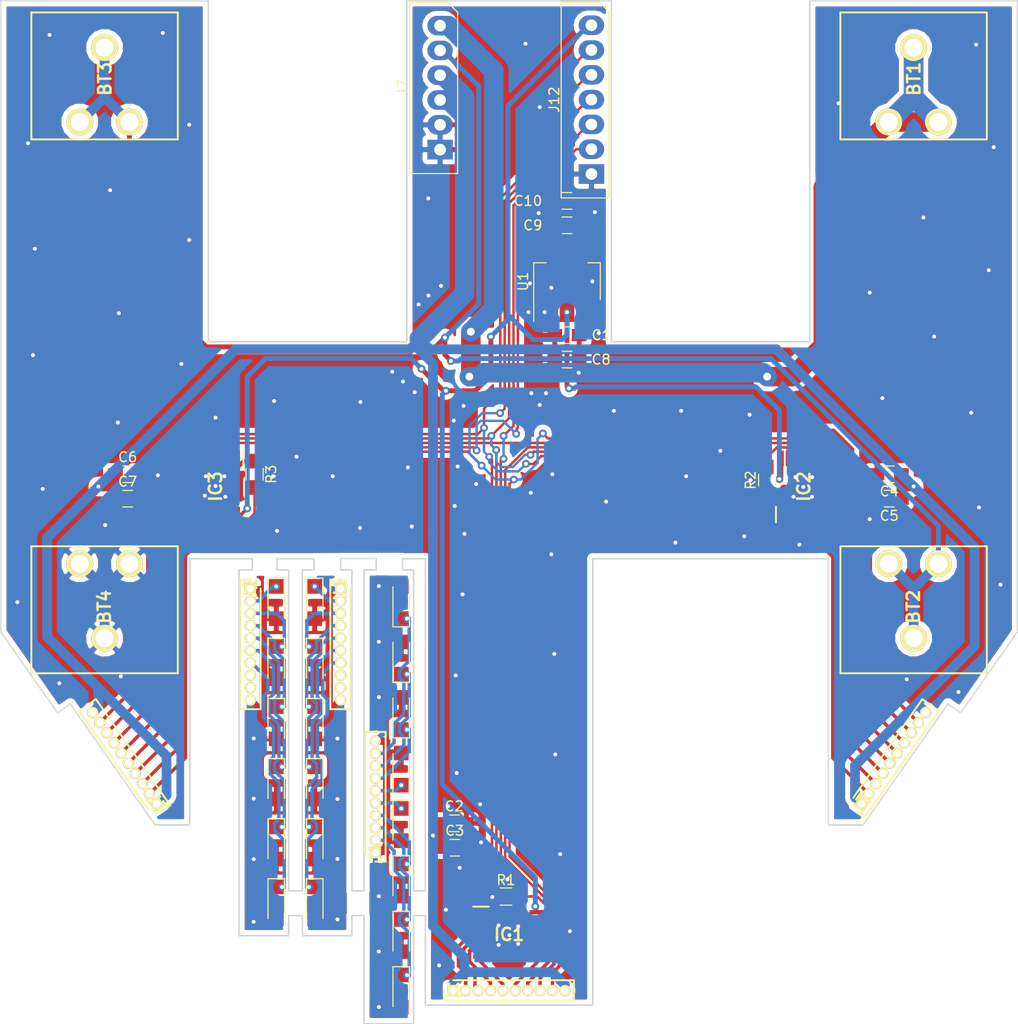
<source format=kicad_pcb>
(kicad_pcb (version 20171130) (host pcbnew "(5.0.0)")
  (layers (0 F.Cu signal) (31 B.Cu signal) (34 B.Paste user) (35 F.Paste user) (36 B.SilkS user) (37 F.SilkS user) (38 B.Mask user) (39 F.Mask user) (44 Edge.Cuts user))
  (net 0 "")
  (net 1 VBat)
  (net 2 MID)
  (net 3 GND)
  (net 4 +3V3)
  (net 5 VCC)
  (net 6 "Net-(D1-Pad1)")
  (net 7 "Net-(D1-Pad2)")
  (net 8 "Net-(D2-Pad1)")
  (net 9 "Net-(D3-Pad1)")
  (net 10 "Net-(D4-Pad1)")
  (net 11 "Net-(D5-Pad1)")
  (net 12 "Net-(D6-Pad1)")
  (net 13 "Net-(D10-Pad2)")
  (net 14 "Net-(D9-Pad1)")
  (net 15 "Net-(D10-Pad1)")
  (net 16 "Net-(D11-Pad1)")
  (net 17 "Net-(D12-Pad1)")
  (net 18 "Net-(D13-Pad1)")
  (net 19 "Net-(D14-Pad1)")
  (net 20 "Net-(D15-Pad1)")
  (net 21 "Net-(D16-Pad1)")
  (net 22 "Net-(D17-Pad2)")
  (net 23 "Net-(D17-Pad1)")
  (net 24 "Net-(D18-Pad1)")
  (net 25 "Net-(D19-Pad1)")
  (net 26 "Net-(D20-Pad1)")
  (net 27 "Net-(D21-Pad1)")
  (net 28 "Net-(D22-Pad1)")
  (net 29 SDA)
  (net 30 CLK)
  (net 31 LE)
  (net 32 "Net-(IC1-Pad5)")
  (net 33 "Net-(IC1-Pad6)")
  (net 34 "Net-(IC1-Pad7)")
  (net 35 "Net-(IC1-Pad8)")
  (net 36 "Net-(IC1-Pad9)")
  (net 37 "Net-(IC1-Pad10)")
  (net 38 "Net-(IC1-Pad11)")
  (net 39 "Net-(IC1-Pad12)")
  (net 40 OE)
  (net 41 "Net-(IC1-Pad14)")
  (net 42 "Net-(IC1-Pad15)")
  (net 43 "Net-(IC2-Pad15)")
  (net 44 "Net-(IC2-Pad14)")
  (net 45 "Net-(IC2-Pad12)")
  (net 46 "Net-(IC2-Pad11)")
  (net 47 "Net-(IC2-Pad10)")
  (net 48 "Net-(IC2-Pad9)")
  (net 49 "Net-(IC2-Pad8)")
  (net 50 "Net-(IC2-Pad7)")
  (net 51 "Net-(IC2-Pad6)")
  (net 52 "Net-(IC2-Pad5)")
  (net 53 "Net-(IC3-Pad5)")
  (net 54 "Net-(IC3-Pad6)")
  (net 55 "Net-(IC3-Pad7)")
  (net 56 "Net-(IC3-Pad8)")
  (net 57 "Net-(IC3-Pad9)")
  (net 58 "Net-(IC3-Pad10)")
  (net 59 "Net-(IC3-Pad11)")
  (net 60 "Net-(IC3-Pad12)")
  (net 61 SDO)
  (net 62 "Net-(IC3-Pad15)")
  (module Connectors_Molex:Molex_SPOX-5267_22-03-5075_07x2.54mm_Straight (layer F.Cu) (at 60.5 17.75 90)
    (fp_text reference J12 (at 7.62 -3.81 90) (layer F.SilkS))
    (fp_text value Conn_01x07_Male)
    (pad 7 thru_hole oval (at 15.24 0 90) (size 2 2.6) (drill 1.2) (layers *.Cu *.Mask) (net 4 +3V3))
    (pad 6 thru_hole oval (at 12.7 0 90) (size 2 2.6) (drill 1.2) (layers *.Cu *.Mask) (net 31 LE))
    (pad 5 thru_hole oval (at 10.16 0 90) (size 2 2.6) (drill 1.2) (layers *.Cu *.Mask) (net 40 OE))
    (pad 4 thru_hole oval (at 7.62 0 90) (size 2 2.6) (drill 1.2) (layers *.Cu *.Mask) (net 30 CLK))
    (pad 3 thru_hole oval (at 5.08 0 90) (size 2 2.6) (drill 1.2) (layers *.Cu *.Mask) (net 29 SDA))
    (pad 2 thru_hole oval (at 2.54 0 90) (size 2 2.6) (drill 1.2) (layers *.Cu *.Mask) (net 61 SDO))
    (pad 1 thru_hole rect (at 0 0 90) (size 2 2.6) (drill 1.2) (layers *.Cu *.Mask) (net 3 GND))
  )
  (module LEDs:LED_1206 (layer F.Cu) (at 41.021 78.69174 90)
    (fp_text reference D13 hide)
    (fp_text value LED)
    (pad 2 smd rect (at 1.65 0 270) (size 1.5 1.5) (layers F.Cu F.Paste F.Mask) (net 13 "Net-(D10-Pad2)"))
    (pad 1 smd rect (at -1.65 0 270) (size 1.5 1.5) (layers F.Cu F.Paste F.Mask) (net 18 "Net-(D13-Pad1)"))
  )
  (module 54:54 (layer F.Cu) (at 93.4974 14.20114 270)
    (fp_text reference BT1 (at -6.191 -0.029 270) (layer F.SilkS) (effects (font (size 1.27 1.27) (thickness 0.254))))
    (fp_text value 54 hide)
    (pad 3 thru_hole circle (at -9.4 0) (size 2.75 2.75) (drill 1.83) (layers *.Cu *.Mask F.SilkS) (net 1 VBat))
    (pad 2 thru_hole circle (at -1.78 2.54) (size 2.75 2.75) (drill 1.83) (layers *.Cu *.Mask F.SilkS) (net 1 VBat))
    (pad 1 thru_hole circle (at -1.78 -2.54) (size 2.75 2.75) (drill 1.83) (layers *.Cu *.Mask F.SilkS) (net 1 VBat))
  )
  (module 54:54 (layer F.Cu) (at 93.50502 55.88 90)
    (fp_text reference BT2 (at -6.191 -0.029 90) (layer F.SilkS) (effects (font (size 1.27 1.27) (thickness 0.254))))
    (fp_text value 54 hide)
    (pad 1 thru_hole circle (at -1.78 -2.54 180) (size 2.75 2.75) (drill 1.83) (layers *.Cu *.Mask F.SilkS) (net 2 MID))
    (pad 2 thru_hole circle (at -1.78 2.54 180) (size 2.75 2.75) (drill 1.83) (layers *.Cu *.Mask F.SilkS) (net 2 MID))
    (pad 3 thru_hole circle (at -9.4 0 180) (size 2.75 2.75) (drill 1.83) (layers *.Cu *.Mask F.SilkS) (net 2 MID))
  )
  (module 54:54 (layer F.Cu) (at 10.63752 14.20114 270)
    (fp_text reference BT3 (at -6.191 -0.029 270) (layer F.SilkS) (effects (font (size 1.27 1.27) (thickness 0.254))))
    (fp_text value 54 hide)
    (pad 3 thru_hole circle (at -9.4 0) (size 2.75 2.75) (drill 1.83) (layers *.Cu *.Mask F.SilkS) (net 2 MID))
    (pad 2 thru_hole circle (at -1.78 2.54) (size 2.75 2.75) (drill 1.83) (layers *.Cu *.Mask F.SilkS) (net 2 MID))
    (pad 1 thru_hole circle (at -1.78 -2.54) (size 2.75 2.75) (drill 1.83) (layers *.Cu *.Mask F.SilkS) (net 2 MID))
  )
  (module 54:54 (layer F.Cu) (at 10.63752 55.88 90)
    (fp_text reference BT4 (at -6.191 -0.029 90) (layer F.SilkS) (effects (font (size 1.27 1.27) (thickness 0.254))))
    (fp_text value 54 hide)
    (pad 1 thru_hole circle (at -1.78 -2.54 180) (size 2.75 2.75) (drill 1.83) (layers *.Cu *.Mask F.SilkS) (net 3 GND))
    (pad 2 thru_hole circle (at -1.78 2.54 180) (size 2.75 2.75) (drill 1.83) (layers *.Cu *.Mask F.SilkS) (net 3 GND))
    (pad 3 thru_hole circle (at -9.4 0 180) (size 2.75 2.75) (drill 1.83) (layers *.Cu *.Mask F.SilkS) (net 3 GND))
  )
  (module Capacitors_SMD:C_0805_HandSoldering (layer F.Cu) (at 58 34.25 180)
    (fp_text reference C1 (at -3.5 0 180) (layer F.SilkS))
    (fp_text value 4.7uF)
    (pad 2 smd rect (at 1.25 0 180) (size 1.5 1.25) (layers F.Cu F.Paste F.Mask) (net 3 GND))
    (pad 1 smd rect (at -1.25 0 180) (size 1.5 1.25) (layers F.Cu F.Paste F.Mask) (net 1 VBat))
  )
  (module Capacitors_SMD:C_0805_HandSoldering (layer F.Cu) (at 46.444 84.25)
    (fp_text reference C2 (at 0 -1.75) (layer F.SilkS))
    (fp_text value 4.7uF)
    (pad 1 smd rect (at -1.25 0) (size 1.5 1.25) (layers F.Cu F.Paste F.Mask) (net 5 VCC))
    (pad 2 smd rect (at 1.25 0) (size 1.5 1.25) (layers F.Cu F.Paste F.Mask) (net 3 GND))
  )
  (module Capacitors_SMD:C_0805_HandSoldering (layer F.Cu) (at 46.5 86.75)
    (fp_text reference C3 (at 0 -1.75) (layer F.SilkS))
    (fp_text value .1uF)
    (pad 2 smd rect (at 1.25 0) (size 1.5 1.25) (layers F.Cu F.Paste F.Mask) (net 3 GND))
    (pad 1 smd rect (at -1.25 0) (size 1.5 1.25) (layers F.Cu F.Paste F.Mask) (net 5 VCC))
  )
  (module Capacitors_SMD:C_0805_HandSoldering (layer F.Cu) (at 91 48.5 180)
    (fp_text reference C4 (at 0 -1.75 180) (layer F.SilkS))
    (fp_text value 4.7uF)
    (pad 1 smd rect (at -1.25 0 180) (size 1.5 1.25) (layers F.Cu F.Paste F.Mask) (net 5 VCC))
    (pad 2 smd rect (at 1.25 0 180) (size 1.5 1.25) (layers F.Cu F.Paste F.Mask) (net 3 GND))
  )
  (module Capacitors_SMD:C_0805_HandSoldering (layer F.Cu) (at 91 51 180)
    (fp_text reference C5 (at 0 -1.75 180) (layer F.SilkS))
    (fp_text value .1uF)
    (pad 2 smd rect (at 1.25 0 180) (size 1.5 1.25) (layers F.Cu F.Paste F.Mask) (net 3 GND))
    (pad 1 smd rect (at -1.25 0 180) (size 1.5 1.25) (layers F.Cu F.Paste F.Mask) (net 5 VCC))
  )
  (module Capacitors_SMD:C_0805_HandSoldering (layer F.Cu) (at 13 48.5)
    (fp_text reference C6 (at 0 -1.75) (layer F.SilkS))
    (fp_text value 4.7uF)
    (pad 1 smd rect (at -1.25 0) (size 1.5 1.25) (layers F.Cu F.Paste F.Mask) (net 5 VCC))
    (pad 2 smd rect (at 1.25 0) (size 1.5 1.25) (layers F.Cu F.Paste F.Mask) (net 3 GND))
  )
  (module Capacitors_SMD:C_0805_HandSoldering (layer F.Cu) (at 13 51)
    (fp_text reference C7 (at 0 -1.75) (layer F.SilkS))
    (fp_text value .1uF)
    (pad 2 smd rect (at 1.25 0) (size 1.5 1.25) (layers F.Cu F.Paste F.Mask) (net 3 GND))
    (pad 1 smd rect (at -1.25 0) (size 1.5 1.25) (layers F.Cu F.Paste F.Mask) (net 5 VCC))
  )
  (module STP08DP05XTTR:SOP65P640X120-17N (layer F.Cu) (at 52.07 95.631)
    (fp_text reference IC1 (at 0 0) (layer F.SilkS) (effects (font (size 1.27 1.27) (thickness 0.254))))
    (fp_text value STP08DP05XTTR hide)
    (pad 1 smd rect (at -2.875 -2.275 90) (size 0.45 1.6) (layers F.Cu F.Paste F.Mask) (net 3 GND))
    (pad 2 smd rect (at -2.875 -1.625 90) (size 0.45 1.6) (layers F.Cu F.Paste F.Mask) (net 29 SDA))
    (pad 3 smd rect (at -2.875 -0.975 90) (size 0.45 1.6) (layers F.Cu F.Paste F.Mask) (net 30 CLK))
    (pad 4 smd rect (at -2.875 -0.325 90) (size 0.45 1.6) (layers F.Cu F.Paste F.Mask) (net 31 LE))
    (pad 5 smd rect (at -2.875 0.325 90) (size 0.45 1.6) (layers F.Cu F.Paste F.Mask) (net 32 "Net-(IC1-Pad5)"))
    (pad 6 smd rect (at -2.875 0.975 90) (size 0.45 1.6) (layers F.Cu F.Paste F.Mask) (net 33 "Net-(IC1-Pad6)"))
    (pad 7 smd rect (at -2.875 1.625 90) (size 0.45 1.6) (layers F.Cu F.Paste F.Mask) (net 34 "Net-(IC1-Pad7)"))
    (pad 8 smd rect (at -2.875 2.275 90) (size 0.45 1.6) (layers F.Cu F.Paste F.Mask) (net 35 "Net-(IC1-Pad8)"))
    (pad 9 smd rect (at 2.875 2.275 90) (size 0.45 1.6) (layers F.Cu F.Paste F.Mask) (net 36 "Net-(IC1-Pad9)"))
    (pad 10 smd rect (at 2.875 1.625 90) (size 0.45 1.6) (layers F.Cu F.Paste F.Mask) (net 37 "Net-(IC1-Pad10)"))
    (pad 11 smd rect (at 2.875 0.975 90) (size 0.45 1.6) (layers F.Cu F.Paste F.Mask) (net 38 "Net-(IC1-Pad11)"))
    (pad 12 smd rect (at 2.875 0.325 90) (size 0.45 1.6) (layers F.Cu F.Paste F.Mask) (net 39 "Net-(IC1-Pad12)"))
    (pad 13 smd rect (at 2.875 -0.325 90) (size 0.45 1.6) (layers F.Cu F.Paste F.Mask) (net 40 OE))
    (pad 14 smd rect (at 2.875 -0.975 90) (size 0.45 1.6) (layers F.Cu F.Paste F.Mask) (net 41 "Net-(IC1-Pad14)"))
    (pad 15 smd rect (at 2.875 -1.625 90) (size 0.45 1.6) (layers F.Cu F.Paste F.Mask) (net 42 "Net-(IC1-Pad15)"))
    (pad 16 smd rect (at 2.875 -2.275 90) (size 0.45 1.6) (layers F.Cu F.Paste F.Mask) (net 4 +3V3))
    (pad 17 smd rect (at 0 0) (size 3.2 3.2) (layers F.Cu F.Paste F.Mask) (net 3 GND))
  )
  (module STP08DP05XTTR:SOP65P640X120-17N (layer F.Cu) (at 82.25 49.75 90)
    (fp_text reference IC2 (at 0 0 90) (layer F.SilkS) (effects (font (size 1.27 1.27) (thickness 0.254))))
    (fp_text value STP08DP05XTTR hide)
    (pad 17 smd rect (at 0 0 90) (size 3.2 3.2) (layers F.Cu F.Paste F.Mask) (net 3 GND))
    (pad 16 smd rect (at 2.875 -2.275 180) (size 0.45 1.6) (layers F.Cu F.Paste F.Mask) (net 4 +3V3))
    (pad 15 smd rect (at 2.875 -1.625 180) (size 0.45 1.6) (layers F.Cu F.Paste F.Mask) (net 43 "Net-(IC2-Pad15)"))
    (pad 14 smd rect (at 2.875 -0.975 180) (size 0.45 1.6) (layers F.Cu F.Paste F.Mask) (net 44 "Net-(IC2-Pad14)"))
    (pad 13 smd rect (at 2.875 -0.325 180) (size 0.45 1.6) (layers F.Cu F.Paste F.Mask) (net 40 OE))
    (pad 12 smd rect (at 2.875 0.325 180) (size 0.45 1.6) (layers F.Cu F.Paste F.Mask) (net 45 "Net-(IC2-Pad12)"))
    (pad 11 smd rect (at 2.875 0.975 180) (size 0.45 1.6) (layers F.Cu F.Paste F.Mask) (net 46 "Net-(IC2-Pad11)"))
    (pad 10 smd rect (at 2.875 1.625 180) (size 0.45 1.6) (layers F.Cu F.Paste F.Mask) (net 47 "Net-(IC2-Pad10)"))
    (pad 9 smd rect (at 2.875 2.275 180) (size 0.45 1.6) (layers F.Cu F.Paste F.Mask) (net 48 "Net-(IC2-Pad9)"))
    (pad 8 smd rect (at -2.875 2.275 180) (size 0.45 1.6) (layers F.Cu F.Paste F.Mask) (net 49 "Net-(IC2-Pad8)"))
    (pad 7 smd rect (at -2.875 1.625 180) (size 0.45 1.6) (layers F.Cu F.Paste F.Mask) (net 50 "Net-(IC2-Pad7)"))
    (pad 6 smd rect (at -2.875 0.975 180) (size 0.45 1.6) (layers F.Cu F.Paste F.Mask) (net 51 "Net-(IC2-Pad6)"))
    (pad 5 smd rect (at -2.875 0.325 180) (size 0.45 1.6) (layers F.Cu F.Paste F.Mask) (net 52 "Net-(IC2-Pad5)"))
    (pad 4 smd rect (at -2.875 -0.325 180) (size 0.45 1.6) (layers F.Cu F.Paste F.Mask) (net 31 LE))
    (pad 3 smd rect (at -2.875 -0.975 180) (size 0.45 1.6) (layers F.Cu F.Paste F.Mask) (net 30 CLK))
    (pad 2 smd rect (at -2.875 -1.625 180) (size 0.45 1.6) (layers F.Cu F.Paste F.Mask) (net 41 "Net-(IC1-Pad14)"))
    (pad 1 smd rect (at -2.875 -2.275 180) (size 0.45 1.6) (layers F.Cu F.Paste F.Mask) (net 3 GND))
  )
  (module STP08DP05XTTR:SOP65P640X120-17N (layer F.Cu) (at 22 49.75 270)
    (fp_text reference IC3 (at 0 0 270) (layer F.SilkS) (effects (font (size 1.27 1.27) (thickness 0.254))))
    (fp_text value STP08DP05XTTR hide)
    (pad 1 smd rect (at -2.875 -2.275) (size 0.45 1.6) (layers F.Cu F.Paste F.Mask) (net 3 GND))
    (pad 2 smd rect (at -2.875 -1.625) (size 0.45 1.6) (layers F.Cu F.Paste F.Mask) (net 44 "Net-(IC2-Pad14)"))
    (pad 3 smd rect (at -2.875 -0.975) (size 0.45 1.6) (layers F.Cu F.Paste F.Mask) (net 30 CLK))
    (pad 4 smd rect (at -2.875 -0.325) (size 0.45 1.6) (layers F.Cu F.Paste F.Mask) (net 31 LE))
    (pad 5 smd rect (at -2.875 0.325) (size 0.45 1.6) (layers F.Cu F.Paste F.Mask) (net 53 "Net-(IC3-Pad5)"))
    (pad 6 smd rect (at -2.875 0.975) (size 0.45 1.6) (layers F.Cu F.Paste F.Mask) (net 54 "Net-(IC3-Pad6)"))
    (pad 7 smd rect (at -2.875 1.625) (size 0.45 1.6) (layers F.Cu F.Paste F.Mask) (net 55 "Net-(IC3-Pad7)"))
    (pad 8 smd rect (at -2.875 2.275) (size 0.45 1.6) (layers F.Cu F.Paste F.Mask) (net 56 "Net-(IC3-Pad8)"))
    (pad 9 smd rect (at 2.875 2.275) (size 0.45 1.6) (layers F.Cu F.Paste F.Mask) (net 57 "Net-(IC3-Pad9)"))
    (pad 10 smd rect (at 2.875 1.625) (size 0.45 1.6) (layers F.Cu F.Paste F.Mask) (net 58 "Net-(IC3-Pad10)"))
    (pad 11 smd rect (at 2.875 0.975) (size 0.45 1.6) (layers F.Cu F.Paste F.Mask) (net 59 "Net-(IC3-Pad11)"))
    (pad 12 smd rect (at 2.875 0.325) (size 0.45 1.6) (layers F.Cu F.Paste F.Mask) (net 60 "Net-(IC3-Pad12)"))
    (pad 13 smd rect (at 2.875 -0.325) (size 0.45 1.6) (layers F.Cu F.Paste F.Mask) (net 40 OE))
    (pad 14 smd rect (at 2.875 -0.975) (size 0.45 1.6) (layers F.Cu F.Paste F.Mask) (net 61 SDO))
    (pad 15 smd rect (at 2.875 -1.625) (size 0.45 1.6) (layers F.Cu F.Paste F.Mask) (net 62 "Net-(IC3-Pad15)"))
    (pad 16 smd rect (at 2.875 -2.275) (size 0.45 1.6) (layers F.Cu F.Paste F.Mask) (net 4 +3V3))
    (pad 17 smd rect (at 0 0 270) (size 3.2 3.2) (layers F.Cu F.Paste F.Mask) (net 3 GND))
  )
  (module M50-3531042:HDRV10W40P127_1X10_400X210X550P (layer F.Cu) (at 46.355 101.36886)
    (fp_text reference J1 (at 0 0) (layer F.SilkS) (effects (font (size 1.27 1.27) (thickness 0.254))))
    (fp_text value Conn_01x10_Male hide)
    (pad 10 thru_hole circle (at 11.43 0 90) (size 1.15 1.15) (drill 0.75) (layers *.Cu *.Mask F.SilkS) (net 5 VCC))
    (pad 9 thru_hole circle (at 10.16 0 90) (size 1.15 1.15) (drill 0.75) (layers *.Cu *.Mask F.SilkS) (net 39 "Net-(IC1-Pad12)"))
    (pad 8 thru_hole circle (at 8.89 0 90) (size 1.15 1.15) (drill 0.75) (layers *.Cu *.Mask F.SilkS) (net 38 "Net-(IC1-Pad11)"))
    (pad 7 thru_hole circle (at 7.62 0 90) (size 1.15 1.15) (drill 0.75) (layers *.Cu *.Mask F.SilkS) (net 37 "Net-(IC1-Pad10)"))
    (pad 6 thru_hole circle (at 6.35 0 90) (size 1.15 1.15) (drill 0.75) (layers *.Cu *.Mask F.SilkS) (net 36 "Net-(IC1-Pad9)"))
    (pad 5 thru_hole circle (at 5.08 0 90) (size 1.15 1.15) (drill 0.75) (layers *.Cu *.Mask F.SilkS) (net 35 "Net-(IC1-Pad8)"))
    (pad 4 thru_hole circle (at 3.81 0 90) (size 1.15 1.15) (drill 0.75) (layers *.Cu *.Mask F.SilkS) (net 34 "Net-(IC1-Pad7)"))
    (pad 3 thru_hole circle (at 2.54 0 90) (size 1.15 1.15) (drill 0.75) (layers *.Cu *.Mask F.SilkS) (net 33 "Net-(IC1-Pad6)"))
    (pad 2 thru_hole circle (at 1.27 0 90) (size 1.15 1.15) (drill 0.75) (layers *.Cu *.Mask F.SilkS) (net 32 "Net-(IC1-Pad5)"))
    (pad 1 thru_hole rect (at 0 0 90) (size 1.15 1.15) (drill 0.75) (layers *.Cu *.Mask F.SilkS) (net 5 VCC))
  )
  (module M50-3531042:HDRV10W40P127_1X10_400X210X550P (layer F.Cu) (at 25.571018 60.204 270)
    (fp_text reference J2 (at 0 0 270) (layer F.SilkS) (effects (font (size 1.27 1.27) (thickness 0.254))))
    (fp_text value Conn_01x10_Male hide)
    (pad 1 thru_hole rect (at 0 0) (size 1.15 1.15) (drill 0.75) (layers *.Cu *.Mask F.SilkS) (net 7 "Net-(D1-Pad2)"))
    (pad 2 thru_hole circle (at 1.27 0) (size 1.15 1.15) (drill 0.75) (layers *.Cu *.Mask F.SilkS) (net 6 "Net-(D1-Pad1)"))
    (pad 3 thru_hole circle (at 2.54 0) (size 1.15 1.15) (drill 0.75) (layers *.Cu *.Mask F.SilkS) (net 8 "Net-(D2-Pad1)"))
    (pad 4 thru_hole circle (at 3.81 0) (size 1.15 1.15) (drill 0.75) (layers *.Cu *.Mask F.SilkS) (net 9 "Net-(D3-Pad1)"))
    (pad 5 thru_hole circle (at 5.08 0) (size 1.15 1.15) (drill 0.75) (layers *.Cu *.Mask F.SilkS) (net 10 "Net-(D4-Pad1)"))
    (pad 6 thru_hole circle (at 6.35 0) (size 1.15 1.15) (drill 0.75) (layers *.Cu *.Mask F.SilkS) (net 11 "Net-(D5-Pad1)"))
    (pad 7 thru_hole circle (at 7.62 0) (size 1.15 1.15) (drill 0.75) (layers *.Cu *.Mask F.SilkS) (net 12 "Net-(D6-Pad1)"))
    (pad 8 thru_hole circle (at 8.89 0) (size 1.15 1.15) (drill 0.75) (layers *.Cu *.Mask F.SilkS))
    (pad 9 thru_hole circle (at 10.16 0) (size 1.15 1.15) (drill 0.75) (layers *.Cu *.Mask F.SilkS))
    (pad 10 thru_hole circle (at 11.43 0) (size 1.15 1.15) (drill 0.75) (layers *.Cu *.Mask F.SilkS) (net 7 "Net-(D1-Pad2)"))
  )
  (module M50-3531042:HDRV10W40P127_1X10_400X210X550P (layer F.Cu) (at 88.16594 82.25536 55)
    (fp_text reference J3 (at 0 0 55) (layer F.SilkS) (effects (font (size 1.27 1.27) (thickness 0.254))))
    (fp_text value Conn_01x10_Male hide)
    (pad 10 thru_hole circle (at 11.43 0 145) (size 1.15 1.15) (drill 0.75) (layers *.Cu *.Mask F.SilkS) (net 5 VCC))
    (pad 9 thru_hole circle (at 10.16 0 145) (size 1.15 1.15) (drill 0.75) (layers *.Cu *.Mask F.SilkS) (net 45 "Net-(IC2-Pad12)"))
    (pad 8 thru_hole circle (at 8.890001 0 145) (size 1.15 1.15) (drill 0.75) (layers *.Cu *.Mask F.SilkS) (net 46 "Net-(IC2-Pad11)"))
    (pad 7 thru_hole circle (at 7.62 -0.000001 145) (size 1.15 1.15) (drill 0.75) (layers *.Cu *.Mask F.SilkS) (net 47 "Net-(IC2-Pad10)"))
    (pad 6 thru_hole circle (at 6.349999 0 145) (size 1.15 1.15) (drill 0.75) (layers *.Cu *.Mask F.SilkS) (net 48 "Net-(IC2-Pad9)"))
    (pad 5 thru_hole circle (at 5.08 0 145) (size 1.15 1.15) (drill 0.75) (layers *.Cu *.Mask F.SilkS) (net 49 "Net-(IC2-Pad8)"))
    (pad 4 thru_hole circle (at 3.81 0 145) (size 1.15 1.15) (drill 0.75) (layers *.Cu *.Mask F.SilkS) (net 50 "Net-(IC2-Pad7)"))
    (pad 3 thru_hole circle (at 2.54 0 145) (size 1.15 1.15) (drill 0.75) (layers *.Cu *.Mask F.SilkS) (net 51 "Net-(IC2-Pad6)"))
    (pad 2 thru_hole circle (at 1.27 0 145) (size 1.15 1.15) (drill 0.75) (layers *.Cu *.Mask F.SilkS) (net 52 "Net-(IC2-Pad5)"))
    (pad 1 thru_hole rect (at 0 0 145) (size 1.15 1.15) (drill 0.75) (layers *.Cu *.Mask F.SilkS) (net 5 VCC))
  )
  (module M50-3531042:HDRV10W40P127_1X10_400X210X550P (layer F.Cu) (at 38.371018 87.249 90)
    (fp_text reference J4 (at 0 0 90) (layer F.SilkS) (effects (font (size 1.27 1.27) (thickness 0.254))))
    (fp_text value Conn_01x10_Male hide)
    (pad 1 thru_hole rect (at 0 0 180) (size 1.15 1.15) (drill 0.75) (layers *.Cu *.Mask F.SilkS) (net 13 "Net-(D10-Pad2)"))
    (pad 2 thru_hole circle (at 1.27 0 180) (size 1.15 1.15) (drill 0.75) (layers *.Cu *.Mask F.SilkS) (net 14 "Net-(D9-Pad1)"))
    (pad 3 thru_hole circle (at 2.54 0 180) (size 1.15 1.15) (drill 0.75) (layers *.Cu *.Mask F.SilkS) (net 15 "Net-(D10-Pad1)"))
    (pad 4 thru_hole circle (at 3.81 0 180) (size 1.15 1.15) (drill 0.75) (layers *.Cu *.Mask F.SilkS) (net 16 "Net-(D11-Pad1)"))
    (pad 5 thru_hole circle (at 5.08 0 180) (size 1.15 1.15) (drill 0.75) (layers *.Cu *.Mask F.SilkS) (net 17 "Net-(D12-Pad1)"))
    (pad 6 thru_hole circle (at 6.35 0 180) (size 1.15 1.15) (drill 0.75) (layers *.Cu *.Mask F.SilkS) (net 18 "Net-(D13-Pad1)"))
    (pad 7 thru_hole circle (at 7.62 0 180) (size 1.15 1.15) (drill 0.75) (layers *.Cu *.Mask F.SilkS) (net 19 "Net-(D14-Pad1)"))
    (pad 8 thru_hole circle (at 8.89 0 180) (size 1.15 1.15) (drill 0.75) (layers *.Cu *.Mask F.SilkS) (net 20 "Net-(D15-Pad1)"))
    (pad 9 thru_hole circle (at 10.16 0 180) (size 1.15 1.15) (drill 0.75) (layers *.Cu *.Mask F.SilkS) (net 21 "Net-(D16-Pad1)"))
    (pad 10 thru_hole circle (at 11.43 0 180) (size 1.15 1.15) (drill 0.75) (layers *.Cu *.Mask F.SilkS) (net 13 "Net-(D10-Pad2)"))
  )
  (module M50-3531042:HDRV10W40P127_1X10_400X210X550P (layer F.Cu) (at 15.97406 82.25536 125)
    (fp_text reference J5 (at 0 0 125) (layer F.SilkS) (effects (font (size 1.27 1.27) (thickness 0.254))))
    (fp_text value Conn_01x10_Male hide)
    (pad 10 thru_hole circle (at 11.43 0 215) (size 1.15 1.15) (drill 0.75) (layers *.Cu *.Mask F.SilkS) (net 5 VCC))
    (pad 9 thru_hole circle (at 10.16 0 215) (size 1.15 1.15) (drill 0.75) (layers *.Cu *.Mask F.SilkS) (net 53 "Net-(IC3-Pad5)"))
    (pad 8 thru_hole circle (at 8.890001 0 215) (size 1.15 1.15) (drill 0.75) (layers *.Cu *.Mask F.SilkS) (net 54 "Net-(IC3-Pad6)"))
    (pad 7 thru_hole circle (at 7.62 0.000001 215) (size 1.15 1.15) (drill 0.75) (layers *.Cu *.Mask F.SilkS) (net 55 "Net-(IC3-Pad7)"))
    (pad 6 thru_hole circle (at 6.349999 0 215) (size 1.15 1.15) (drill 0.75) (layers *.Cu *.Mask F.SilkS) (net 56 "Net-(IC3-Pad8)"))
    (pad 5 thru_hole circle (at 5.08 0 215) (size 1.15 1.15) (drill 0.75) (layers *.Cu *.Mask F.SilkS) (net 57 "Net-(IC3-Pad9)"))
    (pad 4 thru_hole circle (at 3.81 0 215) (size 1.15 1.15) (drill 0.75) (layers *.Cu *.Mask F.SilkS) (net 58 "Net-(IC3-Pad10)"))
    (pad 3 thru_hole circle (at 2.54 0 215) (size 1.15 1.15) (drill 0.75) (layers *.Cu *.Mask F.SilkS) (net 59 "Net-(IC3-Pad11)"))
    (pad 2 thru_hole circle (at 1.27 0 215) (size 1.15 1.15) (drill 0.75) (layers *.Cu *.Mask F.SilkS) (net 60 "Net-(IC3-Pad12)"))
    (pad 1 thru_hole rect (at 0 0 215) (size 1.15 1.15) (drill 0.75) (layers *.Cu *.Mask F.SilkS) (net 5 VCC))
  )
  (module M50-3531042:HDRV10W40P127_1X10_400X210X550P (layer F.Cu) (at 34.80722 60.204 270)
    (fp_text reference J6 (at 0 0 270) (layer F.SilkS) (effects (font (size 1.27 1.27) (thickness 0.254))))
    (fp_text value Conn_01x10_Male hide)
    (pad 1 thru_hole rect (at 0 0) (size 1.15 1.15) (drill 0.75) (layers *.Cu *.Mask F.SilkS) (net 22 "Net-(D17-Pad2)"))
    (pad 2 thru_hole circle (at 1.27 0) (size 1.15 1.15) (drill 0.75) (layers *.Cu *.Mask F.SilkS) (net 23 "Net-(D17-Pad1)"))
    (pad 3 thru_hole circle (at 2.54 0) (size 1.15 1.15) (drill 0.75) (layers *.Cu *.Mask F.SilkS) (net 24 "Net-(D18-Pad1)"))
    (pad 4 thru_hole circle (at 3.81 0) (size 1.15 1.15) (drill 0.75) (layers *.Cu *.Mask F.SilkS) (net 25 "Net-(D19-Pad1)"))
    (pad 5 thru_hole circle (at 5.08 0) (size 1.15 1.15) (drill 0.75) (layers *.Cu *.Mask F.SilkS) (net 26 "Net-(D20-Pad1)"))
    (pad 6 thru_hole circle (at 6.35 0) (size 1.15 1.15) (drill 0.75) (layers *.Cu *.Mask F.SilkS) (net 27 "Net-(D21-Pad1)"))
    (pad 7 thru_hole circle (at 7.62 0) (size 1.15 1.15) (drill 0.75) (layers *.Cu *.Mask F.SilkS) (net 28 "Net-(D22-Pad1)"))
    (pad 8 thru_hole circle (at 8.89 0) (size 1.15 1.15) (drill 0.75) (layers *.Cu *.Mask F.SilkS))
    (pad 9 thru_hole circle (at 10.16 0) (size 1.15 1.15) (drill 0.75) (layers *.Cu *.Mask F.SilkS))
    (pad 10 thru_hole circle (at 11.43 0) (size 1.15 1.15) (drill 0.75) (layers *.Cu *.Mask F.SilkS) (net 22 "Net-(D17-Pad2)"))
  )
  (module Connectors_Molex:Molex_SPOX-5267_22-03-5065_06x2.54mm_Straight (layer F.Cu) (at 45 15.25 90)
    (fp_text reference J7 (at 6.35 -3.81 90) (layer F.SilkS))
    (fp_text value Conn_01x06_Male)
    (pad 6 thru_hole oval (at 12.7 0 90) (size 2 2.6) (drill 1.2) (layers *.Cu *.Mask) (net 1 VBat))
    (pad 5 thru_hole oval (at 10.16 0 90) (size 2 2.6) (drill 1.2) (layers *.Cu *.Mask) (net 2 MID))
    (pad 4 thru_hole oval (at 7.62 0 90) (size 2 2.6) (drill 1.2) (layers *.Cu *.Mask) (net 5 VCC))
    (pad 3 thru_hole oval (at 5.08 0 90) (size 2 2.6) (drill 1.2) (layers *.Cu *.Mask) (net 5 VCC))
    (pad 2 thru_hole oval (at 2.54 0 90) (size 2 2.6) (drill 1.2) (layers *.Cu *.Mask) (net 3 GND))
    (pad 1 thru_hole rect (at 0 0 90) (size 2 2.6) (drill 1.2) (layers *.Cu *.Mask) (net 3 GND))
  )
  (module Resistors_SMD:R_0805_HandSoldering (layer F.Cu) (at 51.75 91.75)
    (fp_text reference R1 (at 0 -1.7) (layer F.SilkS))
    (fp_text value 370)
    (pad 2 smd rect (at 1.35 0) (size 1.5 1.3) (layers F.Cu F.Paste F.Mask) (net 42 "Net-(IC1-Pad15)"))
    (pad 1 smd rect (at -1.35 0) (size 1.5 1.3) (layers F.Cu F.Paste F.Mask) (net 3 GND))
  )
  (module Resistors_SMD:R_0805_HandSoldering (layer F.Cu) (at 78.5 49.1 90)
    (fp_text reference R2 (at 0 -1.7 90) (layer F.SilkS))
    (fp_text value 370)
    (pad 1 smd rect (at -1.35 0 90) (size 1.5 1.3) (layers F.Cu F.Paste F.Mask) (net 3 GND))
    (pad 2 smd rect (at 1.35 0 90) (size 1.5 1.3) (layers F.Cu F.Paste F.Mask) (net 43 "Net-(IC2-Pad15)"))
  )
  (module Resistors_SMD:R_0805_HandSoldering (layer F.Cu) (at 26 48.5 270)
    (fp_text reference R3 (at 0 -1.7 270) (layer F.SilkS))
    (fp_text value 370)
    (pad 2 smd rect (at 1.35 0 270) (size 1.5 1.3) (layers F.Cu F.Paste F.Mask) (net 62 "Net-(IC3-Pad15)"))
    (pad 1 smd rect (at -1.35 0 270) (size 1.5 1.3) (layers F.Cu F.Paste F.Mask) (net 3 GND))
  )
  (module TO_SOT_Packages_SMD:SOT-223-3_TabPin2 (layer F.Cu) (at 58 28.75 90)
    (fp_text reference U1 (at 0 -4.5 90) (layer F.SilkS))
    (fp_text value AZ1117-3.3)
    (pad 1 smd rect (at -3.15 -2.3 90) (size 2 1.5) (layers F.Cu F.Paste F.Mask) (net 3 GND))
    (pad 3 smd rect (at -3.15 2.3 90) (size 2 1.5) (layers F.Cu F.Paste F.Mask) (net 1 VBat))
    (pad 2 smd rect (at -3.15 0 90) (size 2 1.5) (layers F.Cu F.Paste F.Mask) (net 4 +3V3))
    (pad 2 smd rect (at 3.15 0 90) (size 2 3.8) (layers F.Cu F.Paste F.Mask) (net 4 +3V3))
  )
  (module Capacitors_SMD:C_0805_HandSoldering (layer F.Cu) (at 58 36.75 180)
    (fp_text reference C8 (at -3.5 0 180) (layer F.SilkS))
    (fp_text value .1uF)
    (pad 2 smd rect (at 1.25 0 180) (size 1.5 1.25) (layers F.Cu F.Paste F.Mask) (net 3 GND))
    (pad 1 smd rect (at -1.25 0 180) (size 1.5 1.25) (layers F.Cu F.Paste F.Mask) (net 1 VBat))
  )
  (module Capacitors_SMD:C_0805_HandSoldering (layer F.Cu) (at 58 23 180)
    (fp_text reference C9 (at 3.5 0 180) (layer F.SilkS))
    (fp_text value 4.7uF)
    (pad 1 smd rect (at -1.25 0 180) (size 1.5 1.25) (layers F.Cu F.Paste F.Mask) (net 4 +3V3))
    (pad 2 smd rect (at 1.25 0 180) (size 1.5 1.25) (layers F.Cu F.Paste F.Mask) (net 3 GND))
  )
  (module Capacitors_SMD:C_0805_HandSoldering (layer F.Cu) (at 58 20.5 180)
    (fp_text reference C10 (at 4 0 180) (layer F.SilkS))
    (fp_text value .1uF)
    (pad 2 smd rect (at 1.25 0 180) (size 1.5 1.25) (layers F.Cu F.Paste F.Mask) (net 3 GND))
    (pad 1 smd rect (at -1.25 0 180) (size 1.5 1.25) (layers F.Cu F.Paste F.Mask) (net 4 +3V3))
  )
  (module LEDs:LED_1206 (layer F.Cu) (at 28.221 61.6391 270)
    (fp_text reference D1 hide)
    (fp_text value LED)
    (pad 2 smd rect (at 1.65 0 90) (size 1.5 1.5) (layers F.Cu F.Paste F.Mask) (net 7 "Net-(D1-Pad2)"))
    (pad 1 smd rect (at -1.65 0 90) (size 1.5 1.5) (layers F.Cu F.Paste F.Mask) (net 6 "Net-(D1-Pad1)"))
  )
  (module LEDs:LED_1206 (layer F.Cu) (at 28.221 67.79606 270)
    (fp_text reference D2 hide)
    (fp_text value LED)
    (pad 2 smd rect (at 1.65 0 90) (size 1.5 1.5) (layers F.Cu F.Paste F.Mask) (net 7 "Net-(D1-Pad2)"))
    (pad 1 smd rect (at -1.65 0 90) (size 1.5 1.5) (layers F.Cu F.Paste F.Mask) (net 8 "Net-(D2-Pad1)"))
  )
  (module LEDs:LED_1206 (layer F.Cu) (at 28.221 73.95302 270)
    (fp_text reference D3 hide)
    (fp_text value LED)
    (pad 1 smd rect (at -1.65 0 90) (size 1.5 1.5) (layers F.Cu F.Paste F.Mask) (net 9 "Net-(D3-Pad1)"))
    (pad 2 smd rect (at 1.65 0 90) (size 1.5 1.5) (layers F.Cu F.Paste F.Mask) (net 7 "Net-(D1-Pad2)"))
  )
  (module LEDs:LED_1206 (layer F.Cu) (at 28.221 80.10998 270)
    (fp_text reference D4 hide)
    (fp_text value LED)
    (pad 2 smd rect (at 1.65 0 90) (size 1.5 1.5) (layers F.Cu F.Paste F.Mask) (net 7 "Net-(D1-Pad2)"))
    (pad 1 smd rect (at -1.65 0 90) (size 1.5 1.5) (layers F.Cu F.Paste F.Mask) (net 10 "Net-(D4-Pad1)"))
  )
  (module LEDs:LED_1206 (layer F.Cu) (at 28.221 86.26694 270)
    (fp_text reference D5 hide)
    (fp_text value LED)
    (pad 2 smd rect (at 1.65 0 90) (size 1.5 1.5) (layers F.Cu F.Paste F.Mask) (net 7 "Net-(D1-Pad2)"))
    (pad 1 smd rect (at -1.65 0 90) (size 1.5 1.5) (layers F.Cu F.Paste F.Mask) (net 11 "Net-(D5-Pad1)"))
  )
  (module LEDs:LED_1206 (layer F.Cu) (at 28.221 92.4239 270)
    (fp_text reference D6 hide)
    (fp_text value LED)
    (pad 1 smd rect (at -1.65 0 90) (size 1.5 1.5) (layers F.Cu F.Paste F.Mask) (net 12 "Net-(D6-Pad1)"))
    (pad 2 smd rect (at 1.65 0 90) (size 1.5 1.5) (layers F.Cu F.Paste F.Mask) (net 7 "Net-(D1-Pad2)"))
  )
  (module LEDs:LED_1206 (layer F.Cu) (at 41.021 101.4349 270)
    (fp_text reference D9 hide)
    (fp_text value LED)
    (pad 1 smd rect (at -1.65 0 90) (size 1.5 1.5) (layers F.Cu F.Paste F.Mask) (net 14 "Net-(D9-Pad1)"))
    (pad 2 smd rect (at 1.65 0 90) (size 1.5 1.5) (layers F.Cu F.Paste F.Mask) (net 13 "Net-(D10-Pad2)"))
  )
  (module LEDs:LED_1206 (layer F.Cu) (at 41.021 95.74784 270)
    (fp_text reference D10 hide)
    (fp_text value LED)
    (pad 2 smd rect (at 1.65 0 90) (size 1.5 1.5) (layers F.Cu F.Paste F.Mask) (net 13 "Net-(D10-Pad2)"))
    (pad 1 smd rect (at -1.65 0 90) (size 1.5 1.5) (layers F.Cu F.Paste F.Mask) (net 15 "Net-(D10-Pad1)"))
  )
  (module LEDs:LED_1206 (layer F.Cu) (at 41.021 90.06332 270)
    (fp_text reference D11 hide)
    (fp_text value LED)
    (pad 1 smd rect (at -1.65 0 90) (size 1.5 1.5) (layers F.Cu F.Paste F.Mask) (net 16 "Net-(D11-Pad1)"))
    (pad 2 smd rect (at 1.65 0 90) (size 1.5 1.5) (layers F.Cu F.Paste F.Mask) (net 13 "Net-(D10-Pad2)"))
  )
  (module LEDs:LED_1206 (layer F.Cu) (at 41.021 84.37626 270)
    (fp_text reference D12 hide)
    (fp_text value LED)
    (pad 2 smd rect (at 1.65 0 90) (size 1.5 1.5) (layers F.Cu F.Paste F.Mask) (net 13 "Net-(D10-Pad2)"))
    (pad 1 smd rect (at -1.65 0 90) (size 1.5 1.5) (layers F.Cu F.Paste F.Mask) (net 17 "Net-(D12-Pad1)"))
  )
  (module LEDs:LED_1206 (layer F.Cu) (at 41.021 73.00468 90)
    (fp_text reference D14 hide)
    (fp_text value LED)
    (pad 1 smd rect (at -1.65 0 270) (size 1.5 1.5) (layers F.Cu F.Paste F.Mask) (net 19 "Net-(D14-Pad1)"))
    (pad 2 smd rect (at 1.65 0 270) (size 1.5 1.5) (layers F.Cu F.Paste F.Mask) (net 13 "Net-(D10-Pad2)"))
  )
  (module LEDs:LED_1206 (layer F.Cu) (at 41.021 67.32016 90)
    (fp_text reference D15 hide)
    (fp_text value LED)
    (pad 1 smd rect (at -1.65 0 270) (size 1.5 1.5) (layers F.Cu F.Paste F.Mask) (net 20 "Net-(D15-Pad1)"))
    (pad 2 smd rect (at 1.65 0 270) (size 1.5 1.5) (layers F.Cu F.Paste F.Mask) (net 13 "Net-(D10-Pad2)"))
  )
  (module LEDs:LED_1206 (layer F.Cu) (at 41.021 61.6331 90)
    (fp_text reference D16 hide)
    (fp_text value LED)
    (pad 2 smd rect (at 1.65 0 270) (size 1.5 1.5) (layers F.Cu F.Paste F.Mask) (net 13 "Net-(D10-Pad2)"))
    (pad 1 smd rect (at -1.65 0 270) (size 1.5 1.5) (layers F.Cu F.Paste F.Mask) (net 21 "Net-(D16-Pad1)"))
  )
  (module LEDs:LED_1206 (layer F.Cu) (at 32.158 61.6391 270)
    (fp_text reference D17 hide)
    (fp_text value LED)
    (pad 1 smd rect (at -1.65 0 90) (size 1.5 1.5) (layers F.Cu F.Paste F.Mask) (net 23 "Net-(D17-Pad1)"))
    (pad 2 smd rect (at 1.65 0 90) (size 1.5 1.5) (layers F.Cu F.Paste F.Mask) (net 22 "Net-(D17-Pad2)"))
  )
  (module LEDs:LED_1206 (layer F.Cu) (at 32.158 67.79606 270)
    (fp_text reference D18 hide)
    (fp_text value LED)
    (pad 2 smd rect (at 1.65 0 90) (size 1.5 1.5) (layers F.Cu F.Paste F.Mask) (net 22 "Net-(D17-Pad2)"))
    (pad 1 smd rect (at -1.65 0 90) (size 1.5 1.5) (layers F.Cu F.Paste F.Mask) (net 24 "Net-(D18-Pad1)"))
  )
  (module LEDs:LED_1206 (layer F.Cu) (at 32.158 73.95302 270)
    (fp_text reference D19 hide)
    (fp_text value LED)
    (pad 1 smd rect (at -1.65 0 90) (size 1.5 1.5) (layers F.Cu F.Paste F.Mask) (net 25 "Net-(D19-Pad1)"))
    (pad 2 smd rect (at 1.65 0 90) (size 1.5 1.5) (layers F.Cu F.Paste F.Mask) (net 22 "Net-(D17-Pad2)"))
  )
  (module LEDs:LED_1206 (layer F.Cu) (at 32.158 80.10998 270)
    (fp_text reference D20 hide)
    (fp_text value LED)
    (pad 1 smd rect (at -1.65 0 90) (size 1.5 1.5) (layers F.Cu F.Paste F.Mask) (net 26 "Net-(D20-Pad1)"))
    (pad 2 smd rect (at 1.65 0 90) (size 1.5 1.5) (layers F.Cu F.Paste F.Mask) (net 22 "Net-(D17-Pad2)"))
  )
  (module LEDs:LED_1206 (layer F.Cu) (at 32.158 86.26694 270)
    (fp_text reference D21 hide)
    (fp_text value LED)
    (pad 2 smd rect (at 1.65 0 90) (size 1.5 1.5) (layers F.Cu F.Paste F.Mask) (net 22 "Net-(D17-Pad2)"))
    (pad 1 smd rect (at -1.65 0 90) (size 1.5 1.5) (layers F.Cu F.Paste F.Mask) (net 27 "Net-(D21-Pad1)"))
  )
  (module LEDs:LED_1206 (layer F.Cu) (at 32.158 92.4239 270)
    (fp_text reference D22 hide)
    (fp_text value LED)
    (pad 1 smd rect (at -1.65 0 90) (size 1.5 1.5) (layers F.Cu F.Paste F.Mask) (net 28 "Net-(D22-Pad1)"))
    (pad 2 smd rect (at 1.65 0 90) (size 1.5 1.5) (layers F.Cu F.Paste F.Mask) (net 22 "Net-(D17-Pad2)"))
  )
  (gr_line (start 30.9 93.7) (end 30.89 95.76) (layer Edge.Cuts) (width 0.15))
  (gr_line (start 29.5 95.76) (end 29.49 93.7) (layer Edge.Cuts) (width 0.15))
  (gr_line (start 42.28 93.7) (end 42.29 104.77) (layer Edge.Cuts) (width 0.15))
  (gr_line (start 43.49 102.87) (end 43.5 93.7) (layer Edge.Cuts) (width 0.15))
  (gr_line (start 42.29 91.16) (end 43.49 91.16) (layer Edge.Cuts) (width 0.15))
  (gr_line (start 42.29 93.7) (end 43.5 93.7) (layer Edge.Cuts) (width 0.15))
  (gr_line (start 37.22 93.7) (end 37.2 104.77) (layer Edge.Cuts) (width 0.15))
  (gr_line (start 35.97 95.76) (end 35.97 93.7) (layer Edge.Cuts) (width 0.15))
  (gr_line (start 35.97 91.16) (end 37.21 91.16) (layer Edge.Cuts) (width 0.15))
  (gr_line (start 35.97 93.7) (end 37.21 93.7) (layer Edge.Cuts) (width 0.15))
  (gr_line (start 30.89 91.16) (end 29.49 91.16) (layer Edge.Cuts) (width 0.15))
  (gr_line (start 29.49 93.7) (end 30.89 93.7) (layer Edge.Cuts) (width 0.15))
  (gr_line (start 41.15 58.29) (end 42.29 58.29) (layer Edge.Cuts) (width 0.15))
  (gr_line (start 37.21 58.29) (end 38.45 58.29) (layer Edge.Cuts) (width 0.15))
  (gr_line (start 41.15 57.15) (end 43.48 57.15) (layer Edge.Cuts) (width 0.15))
  (gr_line (start 34.81 57.13) (end 38.45 57.13) (layer Edge.Cuts) (width 0.15))
  (gr_line (start 28.29 57.15) (end 32.08 57.15) (layer Edge.Cuts) (width 0.15))
  (gr_line (start 34.81 58.3) (end 35.972 58.301) (layer Edge.Cuts) (width 0.15))
  (gr_line (start 28.28 58.3) (end 29.489 58.301) (layer Edge.Cuts) (width 0.15))
  (gr_line (start 41.15 58.28) (end 41.15 57.16) (layer Edge.Cuts) (width 0.15))
  (gr_line (start 38.45 58.29) (end 38.45 57.15) (layer Edge.Cuts) (width 0.15))
  (gr_line (start 34.81 58.28) (end 34.81 57.14) (layer Edge.Cuts) (width 0.15))
  (gr_line (start 32.08 58.3) (end 32.08 57.15) (layer Edge.Cuts) (width 0.15))
  (gr_line (start 28.29 58.28) (end 28.29 57.15) (layer Edge.Cuts) (width 0.15))
  (gr_line (start 25.76 58.3) (end 25.76 57.15) (layer Edge.Cuts) (width 0.15))
  (gr_line (start 24.411 58.299) (end 25.76 58.3) (layer Edge.Cuts) (width 0.15))
  (gr_line (start 42.291 104.775) (end 37.211 104.775) (layer Edge.Cuts) (width 0.15))
  (gr_line (start 42.291 58.293) (end 42.29 91.16) (layer Edge.Cuts) (width 0.15))
  (gr_line (start 37.21 91.16) (end 37.211 58.293) (layer Edge.Cuts) (width 0.15))
  (gr_line (start 24.411 95.764) (end 24.411 58.299) (layer Edge.Cuts) (width 0.15))
  (gr_line (start 29.491 95.764) (end 24.411 95.764) (layer Edge.Cuts) (width 0.15))
  (gr_line (start 29.491 58.299) (end 29.49 91.16) (layer Edge.Cuts) (width 0.15))
  (gr_line (start 30.888 58.299) (end 32.09 58.3) (layer Edge.Cuts) (width 0.15))
  (gr_line (start 30.89 91.16) (end 30.888 58.299) (layer Edge.Cuts) (width 0.15))
  (gr_line (start 35.968 95.764) (end 30.888 95.764) (layer Edge.Cuts) (width 0.15))
  (gr_line (start 35.968 58.299) (end 35.97 91.16) (layer Edge.Cuts) (width 0.15))
  (gr_line (start 21.2725 34.925) (end 21.2725 0) (layer Edge.Cuts) (width 0.15))
  (gr_line (start 41.5925 34.925) (end 21.2725 34.925) (layer Edge.Cuts) (width 0.15))
  (gr_line (start 41.5925 0) (end 41.5925 34.925) (layer Edge.Cuts) (width 0.15))
  (gr_line (start 62.5475 0) (end 41.5925 0) (layer Edge.Cuts) (width 0.15))
  (gr_line (start 62.5475 34.925) (end 62.5475 0) (layer Edge.Cuts) (width 0.15))
  (gr_line (start 82.8675 34.925) (end 62.5475 34.925) (layer Edge.Cuts) (width 0.15))
  (gr_line (start 82.8675 0) (end 82.8675 34.925) (layer Edge.Cuts) (width 0.15))
  (gr_line (start 104.14 0) (end 82.8675 0) (layer Edge.Cuts) (width 0.15))
  (gr_line (start 104.14 64.62522) (end 104.14 0) (layer Edge.Cuts) (width 0.15))
  (gr_line (start 98.3234 72.93356) (end 104.14 64.62522) (layer Edge.Cuts) (width 0.15))
  (gr_line (start 97.01276 72.01662) (end 98.3234 72.93356) (layer Edge.Cuts) (width 0.15))
  (gr_line (start 88.3285 84.4169) (end 97.01276 72.01662) (layer Edge.Cuts) (width 0.15))
  (gr_line (start 84.7725 84.4169) (end 88.3285 84.4169) (layer Edge.Cuts) (width 0.15))
  (gr_line (start 84.7725 57.15) (end 84.7725 84.4169) (layer Edge.Cuts) (width 0.15))
  (gr_line (start 60.6425 57.15) (end 84.7725 57.15) (layer Edge.Cuts) (width 0.15))
  (gr_line (start 60.6425 102.87) (end 60.6425 57.15) (layer Edge.Cuts) (width 0.15))
  (gr_line (start 43.4975 102.87) (end 60.6425 102.87) (layer Edge.Cuts) (width 0.15))
  (gr_line (start 43.4975 57.15) (end 43.49 91.16) (layer Edge.Cuts) (width 0.15))
  (gr_line (start 19.3675 57.15) (end 25.76 57.15) (layer Edge.Cuts) (width 0.15))
  (gr_line (start 19.3675 84.4169) (end 19.3675 57.15) (layer Edge.Cuts) (width 0.15))
  (gr_line (start 19.3675 84.4169) (end 15.8115 84.4169) (layer Edge.Cuts) (width 0.15))
  (gr_line (start 7.12724 72.01662) (end 15.8115 84.4169) (layer Edge.Cuts) (width 0.15))
  (gr_line (start 5.8166 72.93356) (end 7.12724 72.01662) (layer Edge.Cuts) (width 0.15))
  (gr_line (start 0 64.62522) (end 5.8166 72.93356) (layer Edge.Cuts) (width 0.15))
  (gr_line (start 0 0) (end 0 64.62522) (layer Edge.Cuts) (width 0.15))
  (gr_line (start 0 0) (end 21.2725 0) (layer Edge.Cuts) (width 0.15))
  (via (at 55.7 31.9) (size 0.8) (drill 0.4) (layers F.Cu B.Cu) (net 3))
  (via (at 20.9 50.7) (size 0.8) (drill 0.4) (layers F.Cu B.Cu) (net 3))
  (via (at 23 50.8) (size 0.8) (drill 0.4) (layers F.Cu B.Cu) (net 3))
  (via (at 22.9 48.7) (size 0.8) (drill 0.4) (layers F.Cu B.Cu) (net 3))
  (via (at 22 49.7) (size 0.8) (drill 0.4) (layers F.Cu B.Cu) (net 3))
  (via (at 21 48.7) (size 0.8) (drill 0.4) (layers F.Cu B.Cu) (net 3))
  (via (at 83.1 50.8) (size 0.8) (drill 0.4) (layers F.Cu B.Cu) (net 3))
  (via (at 83.1 48.8) (size 0.8) (drill 0.4) (layers F.Cu B.Cu) (net 3))
  (via (at 81.4 48.8) (size 0.8) (drill 0.4) (layers F.Cu B.Cu) (net 3))
  (via (at 53 96.6) (size 0.8) (drill 0.4) (layers F.Cu B.Cu) (net 3))
  (via (at 51 96.7) (size 0.8) (drill 0.4) (layers F.Cu B.Cu) (net 3))
  (via (at 53 94.8) (size 0.8) (drill 0.4) (layers F.Cu B.Cu) (net 3))
  (via (at 51 94.7) (size 0.8) (drill 0.4) (layers F.Cu B.Cu) (net 3))
  (via (at 52.1 95.7) (size 0.8) (drill 0.4) (layers F.Cu B.Cu) (net 3))
  (via (at 82.2 49.8) (size 0.8) (drill 0.4) (layers F.Cu B.Cu) (net 3))
  (segment (start 45.871283 2.55) (end 48.5 5.178717) (width 2) (layer B.Cu) (net 1))
  (segment (start 45 2.55) (end 45.871283 2.55) (width 2) (layer B.Cu) (net 1))
  (segment (start 48.5 5.178717) (end 50.5 7.178717) (width 2) (layer B.Cu) (net 1))
  (segment (start 50.5 31.550623) (end 49.550632 32.49999) (width 2) (layer B.Cu) (net 1))
  (segment (start 50.5 7.178717) (end 50.5 31.550623) (width 2) (layer B.Cu) (net 1))
  (segment (start 49.550632 32.49999) (end 48.150311 33.900311) (width 2) (layer B.Cu) (net 1))
  (via (at 48.150311 33.900311) (size 1.5) (drill 0.8) (layers F.Cu B.Cu) (net 1))
  (via (at 48 38.5) (size 1.5) (drill 0.8) (layers F.Cu B.Cu) (net 1))
  (segment (start 48.150311 33.900311) (end 48.150311 38.349689) (width 2) (layer F.Cu) (net 1))
  (segment (start 48.150311 38.349689) (end 48 38.5) (width 2) (layer F.Cu) (net 1))
  (segment (start 49.06066 38.5) (end 49.46063 38.10003) (width 2) (layer B.Cu) (net 1))
  (segment (start 48 38.5) (end 49.06066 38.5) (width 2) (layer B.Cu) (net 1))
  (via (at 78.5 38.5) (size 1.5) (drill 0.8) (layers F.Cu B.Cu) (net 1))
  (segment (start 78.10003 38.10003) (end 78.5 38.5) (width 2) (layer B.Cu) (net 1))
  (segment (start 81.095636 38.5) (end 84.25 35.345636) (width 2) (layer F.Cu) (net 1))
  (segment (start 78.5 38.5) (end 81.095636 38.5) (width 2) (layer F.Cu) (net 1))
  (segment (start 84.25 19.12854) (end 90.9574 12.42114) (width 2) (layer F.Cu) (net 1))
  (segment (start 84.25 35.345636) (end 84.25 19.12854) (width 2) (layer F.Cu) (net 1))
  (segment (start 93.4974 9.88114) (end 90.9574 12.42114) (width 2) (layer F.Cu) (net 1))
  (segment (start 93.4974 4.80114) (end 93.4974 9.88114) (width 2) (layer F.Cu) (net 1))
  (segment (start 96.0374 12.42114) (end 93.4974 9.88114) (width 2) (layer F.Cu) (net 1))
  (segment (start 93.4974 9.88114) (end 96.0374 12.42114) (width 2) (layer B.Cu) (net 1))
  (segment (start 93.4974 9.88114) (end 90.9574 12.42114) (width 2) (layer B.Cu) (net 1))
  (segment (start 93.4974 4.80114) (end 93.4974 9.88114) (width 2) (layer B.Cu) (net 1))
  (segment (start 96.0374 12.42114) (end 90.9574 12.42114) (width 2) (layer F.Cu) (net 1))
  (segment (start 60.3 33.2) (end 59.25 34.25) (width 0.5) (layer F.Cu) (net 1))
  (segment (start 60.3 31.9) (end 60.3 33.2) (width 0.5) (layer F.Cu) (net 1))
  (segment (start 59.25 34.25) (end 59.25 36.75) (width 0.5) (layer F.Cu) (net 1))
  (via (at 59.2 38.10003) (size 0.8) (drill 0.4) (layers F.Cu B.Cu) (net 1))
  (segment (start 59.25 38.05003) (end 59.2 38.10003) (width 0.5) (layer F.Cu) (net 1))
  (segment (start 59.25 36.75) (end 59.25 38.05003) (width 0.5) (layer F.Cu) (net 1))
  (segment (start 49.46063 38.10003) (end 59.2 38.10003) (width 2) (layer B.Cu) (net 1))
  (segment (start 59.2 38.10003) (end 78.10003 38.10003) (width 2) (layer B.Cu) (net 1))
  (segment (start 10.63752 9.88114) (end 8.09752 12.42114) (width 1) (layer B.Cu) (net 2))
  (segment (start 10.63752 4.80114) (end 10.63752 9.88114) (width 1) (layer B.Cu) (net 2))
  (segment (start 13.17752 12.42114) (end 10.63752 9.88114) (width 1) (layer B.Cu) (net 2))
  (via (at 45.5 34.5) (size 0.8) (drill 0.4) (layers F.Cu B.Cu) (net 2))
  (segment (start 48.95002 31.04998) (end 45.5 34.5) (width 0.5) (layer B.Cu) (net 2))
  (segment (start 48.95002 8.74002) (end 48.95002 31.04998) (width 0.5) (layer B.Cu) (net 2))
  (segment (start 45 5.09) (end 45.3 5.09) (width 0.5) (layer B.Cu) (net 2))
  (segment (start 45.3 5.09) (end 48.95002 8.74002) (width 0.5) (layer B.Cu) (net 2))
  (segment (start 13.17752 14.365683) (end 13.17752 12.42114) (width 0.5) (layer F.Cu) (net 2))
  (segment (start 13.17752 27.572496) (end 13.17752 14.365683) (width 0.5) (layer F.Cu) (net 2))
  (segment (start 21.055034 35.45001) (end 13.17752 27.572496) (width 0.5) (layer F.Cu) (net 2))
  (segment (start 44.54999 35.45001) (end 21.055034 35.45001) (width 0.5) (layer F.Cu) (net 2))
  (segment (start 45.5 34.5) (end 44.54999 35.45001) (width 0.5) (layer F.Cu) (net 2))
  (segment (start 93.50502 60.2) (end 90.96502 57.66) (width 1) (layer B.Cu) (net 2))
  (segment (start 93.50502 65.28) (end 93.50502 60.2) (width 1) (layer B.Cu) (net 2))
  (segment (start 93.50502 60.2) (end 96.04502 57.66) (width 1) (layer B.Cu) (net 2))
  (segment (start 45.5 36.25) (end 45.5 34.5) (width 0.5) (layer F.Cu) (net 2))
  (segment (start 46.1 36.9) (end 45.5 36.25) (width 0.5) (layer F.Cu) (net 2))
  (via (at 46.1 36.9) (size 0.8) (drill 0.4) (layers F.Cu B.Cu) (net 2))
  (segment (start 96.04502 53.79502) (end 96.04502 57.66) (width 0.5) (layer B.Cu) (net 2))
  (segment (start 78.90002 36.65002) (end 96.04502 53.79502) (width 0.5) (layer B.Cu) (net 2))
  (segment (start 47.165665 36.65002) (end 78.90002 36.65002) (width 0.5) (layer B.Cu) (net 2))
  (segment (start 46.1 36.9) (end 46.9 36.9) (width 0.5) (layer B.Cu) (net 2))
  (segment (start 46.9 36.9) (end 47.165665 36.65002) (width 0.5) (layer B.Cu) (net 2))
  (segment (start 10.63752 60.2) (end 8.09752 57.66) (width 1) (layer B.Cu) (net 3))
  (segment (start 10.63752 65.28) (end 10.63752 60.2) (width 1) (layer B.Cu) (net 3))
  (segment (start 10.63752 60.2) (end 13.17752 57.66) (width 1) (layer B.Cu) (net 3))
  (via (at 40.1 38) (size 0.8) (drill 0.4) (layers F.Cu B.Cu) (net 3))
  (via (at 41.2 39) (size 0.8) (drill 0.4) (layers F.Cu B.Cu) (net 3))
  (via (at 42.4 40.1) (size 0.8) (drill 0.4) (layers F.Cu B.Cu) (net 3))
  (via (at 42.8 31.1) (size 0.8) (drill 0.4) (layers F.Cu B.Cu) (net 3))
  (via (at 43.8 30.2) (size 0.8) (drill 0.4) (layers F.Cu B.Cu) (net 3))
  (via (at 45.1 29.2) (size 0.8) (drill 0.4) (layers F.Cu B.Cu) (net 3))
  (via (at 54.05 31.9) (size 0.8) (drill 0.4) (layers F.Cu B.Cu) (net 3))
  (via (at 54.2 28.95) (size 0.8) (drill 0.4) (layers F.Cu B.Cu) (net 3))
  (via (at 56.4 29.4) (size 0.8) (drill 0.4) (layers F.Cu B.Cu) (net 3))
  (via (at 54.35 40.2) (size 0.8) (drill 0.4) (layers F.Cu B.Cu) (net 3))
  (via (at 55.85 40.2) (size 0.8) (drill 0.4) (layers F.Cu B.Cu) (net 3))
  (via (at 55.2 41.4) (size 0.8) (drill 0.4) (layers F.Cu B.Cu) (net 3))
  (via (at 46.8 47.7) (size 0.8) (drill 0.4) (layers F.Cu B.Cu) (net 3))
  (via (at 48.7 49.5) (size 0.8) (drill 0.4) (layers F.Cu B.Cu) (net 3))
  (via (at 46.4 43) (size 0.8) (drill 0.4) (layers F.Cu B.Cu) (net 3))
  (via (at 47.4 41.5) (size 0.8) (drill 0.4) (layers F.Cu B.Cu) (net 3))
  (via (at 54.3 50.4) (size 0.8) (drill 0.4) (layers F.Cu B.Cu) (net 3))
  (via (at 56.5 48.5) (size 0.8) (drill 0.4) (layers F.Cu B.Cu) (net 3))
  (via (at 62.8 42) (size 0.8) (drill 0.4) (layers F.Cu B.Cu) (net 3))
  (via (at 69.7 42) (size 0.8) (drill 0.4) (layers F.Cu B.Cu) (net 3))
  (via (at 76.7 42.4) (size 0.8) (drill 0.4) (layers F.Cu B.Cu) (net 3))
  (via (at 62 51.3) (size 0.8) (drill 0.4) (layers F.Cu B.Cu) (net 3))
  (via (at 70.2 48.7) (size 0.8) (drill 0.4) (layers F.Cu B.Cu) (net 3))
  (via (at 69.1 55.5) (size 0.8) (drill 0.4) (layers F.Cu B.Cu) (net 3))
  (via (at 81.8 55.7) (size 0.8) (drill 0.4) (layers F.Cu B.Cu) (net 3))
  (via (at 89 53.1) (size 0.8) (drill 0.4) (layers F.Cu B.Cu) (net 3))
  (segment (start 79.975 51.375) (end 80.35 51) (width 0.45) (layer F.Cu) (net 3))
  (segment (start 79.975 52.625) (end 79.975 51.375) (width 0.45) (layer F.Cu) (net 3))
  (segment (start 81 51) (end 81.2 50.8) (width 0.45) (layer F.Cu) (net 3))
  (segment (start 80.35 51) (end 81 51) (width 0.45) (layer F.Cu) (net 3))
  (segment (start 79.8 50.45) (end 80.35 51) (width 0.45) (layer F.Cu) (net 3))
  (segment (start 78.5 50.45) (end 79.8 50.45) (width 0.45) (layer F.Cu) (net 3))
  (via (at 73.7 46.1) (size 0.8) (drill 0.4) (layers F.Cu B.Cu) (net 3))
  (via (at 76.8 49.1) (size 0.8) (drill 0.4) (layers F.Cu B.Cu) (net 3))
  (via (at 92.8 69.5) (size 0.8) (drill 0.4) (layers F.Cu B.Cu) (net 3))
  (via (at 98.1 70.8) (size 0.8) (drill 0.4) (layers F.Cu B.Cu) (net 3))
  (via (at 102.4 59.8) (size 0.8) (drill 0.4) (layers F.Cu B.Cu) (net 3))
  (via (at 100.2 51.9) (size 0.8) (drill 0.4) (layers F.Cu B.Cu) (net 3))
  (via (at 99.4 42.2) (size 0.8) (drill 0.4) (layers F.Cu B.Cu) (net 3))
  (via (at 90.3 40.7) (size 0.8) (drill 0.4) (layers F.Cu B.Cu) (net 3))
  (via (at 95.6 34.4) (size 0.8) (drill 0.4) (layers F.Cu B.Cu) (net 3))
  (via (at 89 29.9) (size 0.8) (drill 0.4) (layers F.Cu B.Cu) (net 3))
  (via (at 101.2 27.6) (size 0.8) (drill 0.4) (layers F.Cu B.Cu) (net 3))
  (via (at 94.5 22.2) (size 0.8) (drill 0.4) (layers F.Cu B.Cu) (net 3))
  (via (at 101.7 15) (size 0.8) (drill 0.4) (layers F.Cu B.Cu) (net 3))
  (via (at 85.8 10.5) (size 0.8) (drill 0.4) (layers F.Cu B.Cu) (net 3))
  (via (at 99.9 4.5) (size 0.8) (drill 0.4) (layers F.Cu B.Cu) (net 3))
  (via (at 51.9 90) (size 0.8) (drill 0.4) (layers F.Cu B.Cu) (net 3))
  (via (at 45.6 93.1) (size 0.8) (drill 0.4) (layers F.Cu B.Cu) (net 3))
  (via (at 47 88.8) (size 0.8) (drill 0.4) (layers F.Cu B.Cu) (net 3))
  (via (at 58.3 95.3) (size 0.8) (drill 0.4) (layers F.Cu B.Cu) (net 3))
  (via (at 57.3 87.4) (size 0.8) (drill 0.4) (layers F.Cu B.Cu) (net 3))
  (segment (start 81.2 50.8) (end 82.25 49.75) (width 0.45) (layer F.Cu) (net 3))
  (via (at 81.2 50.8) (size 0.8) (drill 0.4) (layers F.Cu B.Cu) (net 3))
  (via (at 30.3 46.7) (size 0.8) (drill 0.4) (layers F.Cu B.Cu) (net 3))
  (via (at 27.9 48.7) (size 0.8) (drill 0.4) (layers F.Cu B.Cu) (net 3))
  (segment (start 22.565685 49.7) (end 22 49.7) (width 0.45) (layer F.Cu) (net 3))
  (segment (start 24.1 49.7) (end 22.565685 49.7) (width 0.45) (layer F.Cu) (net 3))
  (segment (start 24.275 49.525) (end 24.1 49.7) (width 0.45) (layer F.Cu) (net 3))
  (segment (start 24.275 47.775) (end 24.275 48.5) (width 0.45) (layer F.Cu) (net 3))
  (segment (start 24.9 47.15) (end 24.275 47.775) (width 0.45) (layer F.Cu) (net 3))
  (segment (start 26 47.15) (end 24.9 47.15) (width 0.45) (layer F.Cu) (net 3))
  (segment (start 24.275 46.875) (end 24.275 48.5) (width 0.45) (layer F.Cu) (net 3))
  (segment (start 24.275 48.5) (end 24.275 49.525) (width 0.45) (layer F.Cu) (net 3))
  (segment (start 52.07 93.581) (end 52.07 95.631) (width 0.45) (layer F.Cu) (net 3))
  (segment (start 51.845 93.356) (end 52.07 93.581) (width 0.45) (layer F.Cu) (net 3))
  (segment (start 49.195 93.356) (end 51.845 93.356) (width 0.45) (layer F.Cu) (net 3))
  (segment (start 50.906 93.356) (end 51.845 93.356) (width 0.45) (layer F.Cu) (net 3))
  (segment (start 50.4 92.85) (end 50.906 93.356) (width 0.45) (layer F.Cu) (net 3))
  (segment (start 50.4 91.75) (end 50.4 92.85) (width 0.45) (layer F.Cu) (net 3))
  (segment (start 81.634315 49.8) (end 82.2 49.8) (width 0.45) (layer F.Cu) (net 3))
  (segment (start 80.15 49.8) (end 81.634315 49.8) (width 0.45) (layer F.Cu) (net 3))
  (segment (start 79.975 49.975) (end 80.15 49.8) (width 0.45) (layer F.Cu) (net 3))
  (segment (start 79.975 52.625) (end 79.975 49.975) (width 0.45) (layer F.Cu) (net 3))
  (via (at 41.7 47.8) (size 0.8) (drill 0.4) (layers F.Cu B.Cu) (net 3))
  (via (at 34 48.7) (size 0.8) (drill 0.4) (layers F.Cu B.Cu) (net 3))
  (via (at 28.3 54.3) (size 0.8) (drill 0.4) (layers F.Cu B.Cu) (net 3))
  (via (at 36.8 54) (size 0.8) (drill 0.4) (layers F.Cu B.Cu) (net 3))
  (via (at 47.5 54.6) (size 0.8) (drill 0.4) (layers F.Cu B.Cu) (net 3))
  (via (at 28 41) (size 0.8) (drill 0.4) (layers F.Cu B.Cu) (net 3))
  (via (at 22 42.7) (size 0.8) (drill 0.4) (layers F.Cu B.Cu) (net 3))
  (via (at 16.1 48.6) (size 0.8) (drill 0.4) (layers F.Cu B.Cu) (net 3))
  (via (at 10.7 53.7) (size 0.8) (drill 0.4) (layers F.Cu B.Cu) (net 3))
  (via (at 4.3 50) (size 0.8) (drill 0.4) (layers F.Cu B.Cu) (net 3))
  (via (at 12 43.2) (size 0.8) (drill 0.4) (layers F.Cu B.Cu) (net 3))
  (via (at 18.5 37.2) (size 0.8) (drill 0.4) (layers F.Cu B.Cu) (net 3))
  (via (at 3.3 36.3) (size 0.8) (drill 0.4) (layers F.Cu B.Cu) (net 3))
  (via (at 12.1 32) (size 0.8) (drill 0.4) (layers F.Cu B.Cu) (net 3))
  (via (at 3.5 25.4) (size 0.8) (drill 0.4) (layers F.Cu B.Cu) (net 3))
  (via (at 11.2 19.4) (size 0.8) (drill 0.4) (layers F.Cu B.Cu) (net 3))
  (via (at 2.8 14.6) (size 0.8) (drill 0.4) (layers F.Cu B.Cu) (net 3))
  (via (at 19.3 24.5) (size 0.8) (drill 0.4) (layers F.Cu B.Cu) (net 3))
  (via (at 19.3 12.7) (size 0.8) (drill 0.4) (layers F.Cu B.Cu) (net 3))
  (via (at 16.6 3.3) (size 0.8) (drill 0.4) (layers F.Cu B.Cu) (net 3))
  (via (at 5 3.5) (size 0.8) (drill 0.4) (layers F.Cu B.Cu) (net 3))
  (via (at 12.3 69.2) (size 0.8) (drill 0.4) (layers F.Cu B.Cu) (net 3))
  (via (at 6 69.9) (size 0.8) (drill 0.4) (layers F.Cu B.Cu) (net 3))
  (via (at 1.7 61.6) (size 0.8) (drill 0.4) (layers F.Cu B.Cu) (net 3))
  (via (at 56.8 77.2) (size 0.8) (drill 0.4) (layers F.Cu B.Cu) (net 3))
  (via (at 56.7 66.9) (size 0.8) (drill 0.4) (layers F.Cu B.Cu) (net 3))
  (via (at 56.4 56.7) (size 0.8) (drill 0.4) (layers F.Cu B.Cu) (net 3))
  (via (at 46.7 79.1) (size 0.8) (drill 0.4) (layers F.Cu B.Cu) (net 3))
  (via (at 46.6 69.1) (size 0.8) (drill 0.4) (layers F.Cu B.Cu) (net 3))
  (via (at 47.3 60.8) (size 0.8) (drill 0.4) (layers F.Cu B.Cu) (net 3))
  (via (at 44.9 98.8) (size 0.8) (drill 0.4) (layers F.Cu B.Cu) (net 3))
  (via (at 45.8 82.5) (size 0.8) (drill 0.4) (layers F.Cu B.Cu) (net 3))
  (via (at 49.1 82.3) (size 0.8) (drill 0.4) (layers F.Cu B.Cu) (net 3))
  (via (at 49.2 86.2) (size 0.8) (drill 0.4) (layers F.Cu B.Cu) (net 3))
  (segment (start 50.4 91.5) (end 51.9 90) (width 0.35) (layer F.Cu) (net 3))
  (segment (start 50.4 91.75) (end 50.4 91.5) (width 0.35) (layer F.Cu) (net 3))
  (segment (start 50.05 92.1) (end 50.4 91.75) (width 0.35) (layer F.Cu) (net 3))
  (segment (start 78.15 50.45) (end 76.8 49.1) (width 0.35) (layer F.Cu) (net 3))
  (segment (start 78.5 50.45) (end 78.15 50.45) (width 0.35) (layer F.Cu) (net 3))
  (segment (start 29.85 47.15) (end 30.3 46.7) (width 0.35) (layer F.Cu) (net 3))
  (segment (start 26 47.15) (end 29.85 47.15) (width 0.35) (layer F.Cu) (net 3))
  (via (at 36.85 41.1) (size 0.8) (drill 0.4) (layers F.Cu B.Cu) (net 3))
  (via (at 55.1 21.75) (size 0.8) (drill 0.4) (layers F.Cu B.Cu) (net 3))
  (via (at 55.2 10.9) (size 0.8) (drill 0.4) (layers F.Cu B.Cu) (net 3))
  (via (at 53.75 4.4) (size 0.8) (drill 0.4) (layers F.Cu B.Cu) (net 3))
  (via (at 43.8 20.25) (size 0.8) (drill 0.4) (layers F.Cu B.Cu) (net 3))
  (via (at 60.85 21.65) (size 0.8) (drill 0.4) (layers F.Cu B.Cu) (net 3))
  (via (at 60.6 28.75) (size 0.8) (drill 0.4) (layers F.Cu B.Cu) (net 3))
  (via (at 42.1 53.85) (size 0.8) (drill 0.4) (layers F.Cu B.Cu) (net 3))
  (via (at 46.5 51.75) (size 0.8) (drill 0.4) (layers F.Cu B.Cu) (net 3))
  (via (at 76.15 54.85) (size 0.8) (drill 0.4) (layers F.Cu B.Cu) (net 3))
  (via (at 61.25 34.05) (size 0.8) (drill 0.4) (layers F.Cu B.Cu) (net 3))
  (via (at 50.35 91.8) (size 0.8) (drill 0.4) (layers F.Cu B.Cu) (net 3))
  (via (at 54.75 92.75) (size 0.8) (drill 0.4) (layers F.Cu B.Cu) (net 4))
  (segment (start 54.945 92.780305) (end 54.945 93.356) (width 0.25) (layer F.Cu) (net 4))
  (segment (start 54.75 92.75) (end 54.945 92.780305) (width 0.25) (layer F.Cu) (net 4))
  (via (at 25.25 52) (size 0.8) (drill 0.4) (layers F.Cu B.Cu) (net 4))
  (segment (start 24.275 52.625) (end 24.625 52.625) (width 0.35) (layer F.Cu) (net 4))
  (segment (start 24.625 52.625) (end 25.25 52) (width 0.35) (layer F.Cu) (net 4))
  (via (at 79.75 49) (size 0.8) (drill 0.4) (layers F.Cu B.Cu) (net 4))
  (segment (start 79.975 46.875) (end 79.975 48.775) (width 0.35) (layer F.Cu) (net 4))
  (segment (start 79.975 48.775) (end 79.75 49) (width 0.35) (layer F.Cu) (net 4))
  (segment (start 59.25 20.5) (end 59.25 23) (width 0.5) (layer F.Cu) (net 4))
  (segment (start 59.25 24.35) (end 58 25.6) (width 0.5) (layer F.Cu) (net 4))
  (segment (start 59.25 23) (end 59.25 24.35) (width 0.5) (layer F.Cu) (net 4))
  (segment (start 58 30.4) (end 58 25.6) (width 0.5) (layer F.Cu) (net 4))
  (segment (start 58 31.9) (end 58 30.4) (width 0.5) (layer F.Cu) (net 4))
  (via (at 58.2 39.70003) (size 0.8) (drill 0.4) (layers F.Cu B.Cu) (net 4))
  (segment (start 58 31.9) (end 58 39.50003) (width 0.5) (layer F.Cu) (net 4))
  (segment (start 58 39.50003) (end 58.2 39.70003) (width 0.5) (layer F.Cu) (net 4))
  (segment (start 58.765685 39.70003) (end 58.915675 39.55004) (width 0.5) (layer B.Cu) (net 4))
  (segment (start 58.2 39.70003) (end 58.765685 39.70003) (width 0.5) (layer B.Cu) (net 4))
  (segment (start 58.915675 39.55004) (end 77.35004 39.55004) (width 0.5) (layer B.Cu) (net 4))
  (segment (start 79.75 41.95) (end 79.75 49) (width 0.5) (layer B.Cu) (net 4))
  (segment (start 77.35004 39.55004) (end 79.75 41.95) (width 0.5) (layer B.Cu) (net 4))
  (segment (start 51.95001 10.75999) (end 51.95001 32.151236) (width 0.5) (layer B.Cu) (net 4))
  (segment (start 60.5 2.51) (end 60.2 2.51) (width 0.5) (layer B.Cu) (net 4))
  (segment (start 60.2 2.51) (end 51.95001 10.75999) (width 0.5) (layer B.Cu) (net 4))
  (segment (start 54.498774 34.7) (end 57.5 34.7) (width 0.5) (layer B.Cu) (net 4))
  (via (at 58 31.9) (size 0.8) (drill 0.4) (layers F.Cu B.Cu) (net 4))
  (segment (start 57.5 34.7) (end 58 34.2) (width 0.5) (layer B.Cu) (net 4))
  (segment (start 58 34.2) (end 58 31.9) (width 0.5) (layer B.Cu) (net 4))
  (via (at 50.2 34.4) (size 0.8) (drill 0.4) (layers F.Cu B.Cu) (net 4))
  (segment (start 50.599999 34.000001) (end 50.599999 33.998775) (width 0.5) (layer B.Cu) (net 4))
  (segment (start 50.2 34.4) (end 50.599999 34.000001) (width 0.5) (layer B.Cu) (net 4))
  (segment (start 51.95001 32.151236) (end 52.198774 32.4) (width 0.5) (layer B.Cu) (net 4))
  (segment (start 52.198774 32.4) (end 54.498774 34.7) (width 0.5) (layer B.Cu) (net 4))
  (segment (start 51.95001 32.648764) (end 51.398774 33.2) (width 0.5) (layer B.Cu) (net 4))
  (segment (start 51.95001 32.151236) (end 51.95001 32.648764) (width 0.5) (layer B.Cu) (net 4))
  (segment (start 50.599999 33.998775) (end 51.398774 33.2) (width 0.5) (layer B.Cu) (net 4))
  (segment (start 51.398774 33.2) (end 52.198774 32.4) (width 0.5) (layer B.Cu) (net 4))
  (segment (start 50.2 38.350622) (end 50.2 34.4) (width 0.5) (layer F.Cu) (net 4))
  (segment (start 48.600614 39.950008) (end 50.2 38.350622) (width 0.5) (layer F.Cu) (net 4))
  (segment (start 42.05002 36.65002) (end 27.1 36.65002) (width 0.5) (layer B.Cu) (net 4))
  (segment (start 27.1 36.65002) (end 25.25 38.50002) (width 0.5) (layer B.Cu) (net 4))
  (segment (start 25.25 38.50002) (end 25.25 52) (width 0.5) (layer B.Cu) (net 4))
  (segment (start 43.1 37.7) (end 45.350008 39.950008) (width 0.5) (layer F.Cu) (net 4))
  (segment (start 43.1 37.7) (end 42.05002 36.65002) (width 0.5) (layer B.Cu) (net 4))
  (via (at 43.1 37.7) (size 0.8) (drill 0.4) (layers F.Cu B.Cu) (net 4))
  (segment (start 54.75 89.791998) (end 45.22252 80.264518) (width 0.5) (layer B.Cu) (net 4))
  (segment (start 54.75 92.75) (end 54.75 89.791998) (width 0.5) (layer B.Cu) (net 4))
  (via (at 45.6 39.950008) (size 0.8) (drill 0.4) (layers F.Cu B.Cu) (net 4))
  (segment (start 45.22252 40.327488) (end 45.6 39.950008) (width 0.5) (layer B.Cu) (net 4))
  (segment (start 45.22252 80.264518) (end 45.22252 40.327488) (width 0.5) (layer B.Cu) (net 4))
  (segment (start 45.350008 39.950008) (end 45.6 39.950008) (width 0.5) (layer F.Cu) (net 4))
  (segment (start 45.6 39.950008) (end 48.600614 39.950008) (width 0.5) (layer F.Cu) (net 4))
  (segment (start 9.418081 72.892452) (end 9.99308 72.317453) (width 0.75) (layer B.Cu) (net 5))
  (segment (start 16.457628 81.771792) (end 16.458208 81.771792) (width 0.75) (layer B.Cu) (net 5))
  (segment (start 15.97406 82.25536) (end 16.457628 81.771792) (width 0.75) (layer B.Cu) (net 5))
  (segment (start 16.458208 81.771792) (end 16.98 81.25) (width 0.75) (layer B.Cu) (net 5))
  (segment (start 16.520619 81.827038) (end 16.033179 82.314478) (width 1) (layer B.Cu) (net 5))
  (segment (start 16.98 81.367657) (end 16.520619 81.827038) (width 1) (layer B.Cu) (net 5))
  (segment (start 16.98 81.25) (end 16.98 81.367657) (width 1) (layer B.Cu) (net 5))
  (segment (start 9.99308 72.317453) (end 9.652759 72.657774) (width 1) (layer B.Cu) (net 5))
  (segment (start 9.99308 72.31692) (end 9.99308 72.317453) (width 1) (layer B.Cu) (net 5))
  (segment (start 9.99308 72.31692) (end 9.99308 70.36308) (width 1) (layer B.Cu) (net 5))
  (segment (start 16.98 77.35) (end 9.99308 70.36308) (width 1) (layer B.Cu) (net 5))
  (segment (start 16.98 81.25) (end 16.98 77.35) (width 1) (layer B.Cu) (net 5))
  (segment (start 11.75 49.75) (end 10 49.75) (width 1) (layer F.Cu) (net 5))
  (segment (start 11.75 49.75) (end 11.75 51) (width 1) (layer F.Cu) (net 5))
  (segment (start 11.75 48.5) (end 11.75 49.75) (width 1) (layer F.Cu) (net 5))
  (via (at 10 49.75) (size 0.8) (drill 0.4) (layers F.Cu B.Cu) (net 5))
  (segment (start 4.75 55) (end 10 49.75) (width 1) (layer B.Cu) (net 5))
  (segment (start 9.99308 70.36308) (end 4.75 65.12) (width 1) (layer B.Cu) (net 5))
  (segment (start 4.75 65.12) (end 4.75 55) (width 1) (layer B.Cu) (net 5))
  (segment (start 22 37.75) (end 10 49.75) (width 1) (layer B.Cu) (net 5))
  (segment (start 41.913519 35.70001) (end 24.04999 35.70001) (width 1) (layer B.Cu) (net 5))
  (segment (start 24.04999 35.70001) (end 22 37.75) (width 1) (layer B.Cu) (net 5))
  (segment (start 42.36751 35.246019) (end 41.913519 35.70001) (width 1) (layer B.Cu) (net 5))
  (segment (start 94.721919 72.892452) (end 93.829467 72) (width 0.75) (layer B.Cu) (net 5))
  (segment (start 87.5 78.329467) (end 93.829467 72) (width 1) (layer B.Cu) (net 5))
  (segment (start 87.5 81.58942) (end 87.5 78.329467) (width 1) (layer B.Cu) (net 5))
  (segment (start 88.16594 82.25536) (end 87.5 81.58942) (width 0.75) (layer B.Cu) (net 5))
  (segment (start 99.75 66.079467) (end 99.75 56) (width 1) (layer B.Cu) (net 5))
  (segment (start 93.829467 72) (end 99.75 66.079467) (width 1) (layer B.Cu) (net 5))
  (via (at 93.5 49.75) (size 0.8) (drill 0.4) (layers F.Cu B.Cu) (net 5))
  (segment (start 92.25 49.75) (end 93.5 49.75) (width 1) (layer F.Cu) (net 5))
  (segment (start 99.75 56) (end 93.5 49.75) (width 1) (layer B.Cu) (net 5))
  (segment (start 92.25 49.75) (end 92.25 48.5) (width 1) (layer F.Cu) (net 5))
  (segment (start 92.25 51) (end 92.25 49.75) (width 1) (layer F.Cu) (net 5))
  (segment (start 57.785 101.36886) (end 57.785 100.785) (width 0.75) (layer B.Cu) (net 5))
  (segment (start 46.355 101.36886) (end 46.355 100.645) (width 0.75) (layer B.Cu) (net 5))
  (segment (start 47.5 99.5) (end 46.355 100.645) (width 1) (layer B.Cu) (net 5))
  (segment (start 57.785 100.785) (end 56.5 99.5) (width 1) (layer B.Cu) (net 5))
  (segment (start 56.5 99.5) (end 47.5 99.5) (width 1) (layer B.Cu) (net 5))
  (segment (start 47.5 98) (end 44.27251 94.77251) (width 1) (layer B.Cu) (net 5))
  (segment (start 47.5 99.5) (end 47.5 98) (width 1) (layer B.Cu) (net 5))
  (segment (start 43.121491 36) (end 42.36751 35.246019) (width 1) (layer B.Cu) (net 5))
  (segment (start 44.27251 37.151019) (end 43.121491 36) (width 1) (layer B.Cu) (net 5))
  (segment (start 79.45001 35.70001) (end 43.95001 35.70001) (width 1) (layer B.Cu) (net 5))
  (segment (start 93.5 49.75) (end 79.45001 35.70001) (width 1) (layer B.Cu) (net 5))
  (segment (start 43.95001 35.70001) (end 42.86751 34.61751) (width 1) (layer B.Cu) (net 5))
  (segment (start 45.871283 10.17) (end 45 10.17) (width 2) (layer B.Cu) (net 5))
  (segment (start 47.50001 11.798727) (end 45.871283 10.17) (width 2) (layer B.Cu) (net 5))
  (segment (start 47.50001 29.98501) (end 47.50001 11.798727) (width 2) (layer B.Cu) (net 5))
  (segment (start 42.86751 34.61751) (end 47.50001 29.98501) (width 2) (layer B.Cu) (net 5))
  (segment (start 47.50001 9.83001) (end 47.50001 11.798727) (width 2) (layer B.Cu) (net 5))
  (segment (start 45.3 7.63) (end 47.50001 9.83001) (width 2) (layer B.Cu) (net 5))
  (segment (start 45 7.63) (end 45.3 7.63) (width 2) (layer B.Cu) (net 5))
  (segment (start 44.27251 54.4) (end 44.27251 37.151019) (width 1) (layer B.Cu) (net 5))
  (segment (start 45.194 86.694) (end 45.25 86.75) (width 1) (layer F.Cu) (net 5))
  (via (at 44.27251 85.5) (size 0.8) (drill 0.4) (layers F.Cu B.Cu) (net 5))
  (segment (start 45.194 85.5) (end 44.27251 85.5) (width 1) (layer F.Cu) (net 5))
  (segment (start 44.27251 85.5) (end 44.27251 54.4) (width 1) (layer B.Cu) (net 5))
  (segment (start 44.27251 94.77251) (end 44.27251 85.5) (width 1) (layer B.Cu) (net 5))
  (segment (start 45.194 85.5) (end 45.194 86.694) (width 1) (layer F.Cu) (net 5))
  (segment (start 45.194 84.25) (end 45.194 85.5) (width 1) (layer F.Cu) (net 5))
  (segment (start 87.5 81.58942) (end 87.619381 81.708801) (width 1) (layer B.Cu) (net 5))
  (segment (start 93.829467 72) (end 94.487241 72.657774) (width 1) (layer B.Cu) (net 5))
  (segment (start 46.355 100.645) (end 46.355 100.751858) (width 1) (layer B.Cu) (net 5))
  (segment (start 26.38419 61.474) (end 27.86819 59.99) (width 0.35) (layer B.Cu) (net 6))
  (segment (start 25.571018 61.474) (end 26.38419 61.474) (width 0.35) (layer B.Cu) (net 6))
  (via (at 28.221 59.9891) (size 0.8) (drill 0.4) (layers F.Cu B.Cu) (net 6))
  (segment (start 27.86819 59.99) (end 28.2201 59.99) (width 0.35) (layer B.Cu) (net 6))
  (segment (start 28.2201 59.99) (end 28.221 59.9891) (width 0.35) (layer B.Cu) (net 6))
  (segment (start 26.895999 68.121059) (end 28.221 69.44606) (width 0.75) (layer F.Cu) (net 7))
  (segment (start 26.00302 60.204) (end 26.895999 61.096979) (width 0.75) (layer F.Cu) (net 7))
  (segment (start 25.571018 60.204) (end 26.00302 60.204) (width 0.75) (layer F.Cu) (net 7))
  (segment (start 26.895999 62.366979) (end 26.895999 61.56) (width 0.75) (layer F.Cu) (net 7))
  (segment (start 27.81812 63.2891) (end 26.895999 62.366979) (width 0.75) (layer F.Cu) (net 7))
  (segment (start 28.221 63.2891) (end 27.81812 63.2891) (width 0.75) (layer F.Cu) (net 7))
  (segment (start 26.895999 61.096979) (end 26.895999 61.56) (width 0.75) (layer F.Cu) (net 7))
  (segment (start 26.895999 61.56) (end 26.895999 68.121059) (width 0.75) (layer F.Cu) (net 7))
  (segment (start 26.895999 68.121059) (end 26.895999 73.904001) (width 0.75) (layer F.Cu) (net 7))
  (segment (start 26.895999 72.958981) (end 26.895999 73.904001) (width 0.75) (layer F.Cu) (net 7))
  (segment (start 25.571018 71.634) (end 26.895999 72.958981) (width 0.75) (layer F.Cu) (net 7))
  (via (at 25.91 75.56) (size 0.8) (drill 0.4) (layers F.Cu B.Cu) (net 7))
  (via (at 25.9 94.34) (size 0.8) (drill 0.4) (layers F.Cu B.Cu) (net 7))
  (via (at 25.91 87.92) (size 0.8) (drill 0.4) (layers F.Cu B.Cu) (net 7))
  (via (at 25.91 81.72) (size 0.8) (drill 0.4) (layers F.Cu B.Cu) (net 7))
  (segment (start 25.571018 75.221018) (end 25.91 75.56) (width 0.75) (layer B.Cu) (net 7))
  (segment (start 25.571018 71.634) (end 25.571018 75.221018) (width 0.75) (layer B.Cu) (net 7))
  (segment (start 26.38419 62.744) (end 26.39019 62.75) (width 0.35) (layer B.Cu) (net 8))
  (segment (start 25.571018 62.744) (end 26.38419 62.744) (width 0.35) (layer B.Cu) (net 8))
  (segment (start 26.39019 62.75) (end 27.61 62.75) (width 0.35) (layer B.Cu) (net 8))
  (segment (start 27.61 62.75) (end 28.29 62.75) (width 0.35) (layer B.Cu) (net 8))
  (segment (start 28.29 62.75) (end 29.04 63.5) (width 0.35) (layer B.Cu) (net 8))
  (via (at 28.816 66.15) (size 0.8) (drill 0.4) (layers F.Cu B.Cu) (net 8))
  (segment (start 29.04 63.5) (end 29.04 65.926) (width 0.35) (layer B.Cu) (net 8))
  (segment (start 29.04 65.926) (end 28.816 66.15) (width 0.35) (layer B.Cu) (net 8))
  (segment (start 28.22494 66.15) (end 28.221 66.14606) (width 0.35) (layer F.Cu) (net 8))
  (segment (start 28.816 66.15) (end 28.22494 66.15) (width 0.35) (layer F.Cu) (net 8))
  (segment (start 28.040999 66.522001) (end 28.618998 67.1) (width 0.35) (layer B.Cu) (net 9))
  (segment (start 28.040999 65.670809) (end 28.040999 66.522001) (width 0.35) (layer B.Cu) (net 9))
  (segment (start 25.571018 64.014) (end 26.38419 64.014) (width 0.35) (layer B.Cu) (net 9))
  (segment (start 26.38419 64.014) (end 28.040999 65.670809) (width 0.35) (layer B.Cu) (net 9))
  (segment (start 28.618998 67.1) (end 28.62 67.1) (width 0.35) (layer B.Cu) (net 9))
  (segment (start 28.62 67.1) (end 29.04 67.52) (width 0.35) (layer B.Cu) (net 9))
  (via (at 28.816 72.31) (size 0.8) (drill 0.4) (layers F.Cu B.Cu) (net 9))
  (segment (start 29.04 67.52) (end 29.04 72.086) (width 0.35) (layer B.Cu) (net 9))
  (segment (start 29.04 72.086) (end 28.816 72.31) (width 0.35) (layer B.Cu) (net 9))
  (segment (start 28.22798 72.31) (end 28.221 72.30302) (width 0.35) (layer F.Cu) (net 9))
  (segment (start 28.816 72.31) (end 28.22798 72.31) (width 0.35) (layer F.Cu) (net 9))
  (segment (start 27.490989 66.390799) (end 27.490989 66.760989) (width 0.35) (layer B.Cu) (net 10))
  (segment (start 25.571018 65.284) (end 26.38419 65.284) (width 0.35) (layer B.Cu) (net 10))
  (segment (start 26.38419 65.284) (end 27.490989 66.390799) (width 0.35) (layer B.Cu) (net 10))
  (segment (start 27.490989 66.760989) (end 28.47 67.74) (width 0.35) (layer B.Cu) (net 10))
  (segment (start 28.47 67.74) (end 28.47 71.26) (width 0.35) (layer B.Cu) (net 10))
  (segment (start 28.040999 71.689001) (end 28.040999 72.920999) (width 0.35) (layer B.Cu) (net 10))
  (segment (start 28.47 71.26) (end 28.040999 71.689001) (width 0.35) (layer B.Cu) (net 10))
  (segment (start 28.040999 72.920999) (end 29.04 73.92) (width 0.35) (layer B.Cu) (net 10))
  (via (at 28.816 78.46) (size 0.8) (drill 0.4) (layers F.Cu B.Cu) (net 10))
  (segment (start 29.04 73.92) (end 29.04 78.236) (width 0.35) (layer B.Cu) (net 10))
  (segment (start 29.04 78.236) (end 28.816 78.46) (width 0.35) (layer B.Cu) (net 10))
  (segment (start 28.22102 78.46) (end 28.221 78.45998) (width 0.35) (layer F.Cu) (net 10))
  (segment (start 28.816 78.46) (end 28.22102 78.46) (width 0.35) (layer F.Cu) (net 10))
  (segment (start 25.571018 66.554) (end 26.38419 66.554) (width 0.35) (layer B.Cu) (net 11))
  (segment (start 26.38419 66.554) (end 27.92 68.08981) (width 0.35) (layer B.Cu) (net 11))
  (segment (start 27.92 68.08981) (end 27.92 71.03217) (width 0.35) (layer B.Cu) (net 11))
  (segment (start 27.92 71.03217) (end 27.91783 71.03217) (width 0.35) (layer B.Cu) (net 11))
  (segment (start 27.91783 71.03217) (end 27.48 71.47) (width 0.35) (layer B.Cu) (net 11))
  (segment (start 27.48 71.47) (end 27.480001 73.137831) (width 0.35) (layer B.Cu) (net 11))
  (segment (start 27.480001 73.137831) (end 28.48999 74.14782) (width 0.35) (layer B.Cu) (net 11))
  (segment (start 28.48999 74.14782) (end 28.49 74.14783) (width 0.35) (layer B.Cu) (net 11))
  (segment (start 28.49 74.14783) (end 28.49 77.65) (width 0.35) (layer B.Cu) (net 11))
  (segment (start 28.040999 78.099001) (end 28.040999 78.860999) (width 0.35) (layer B.Cu) (net 11))
  (segment (start 28.49 77.65) (end 28.040999 78.099001) (width 0.35) (layer B.Cu) (net 11))
  (segment (start 28.040999 78.860999) (end 29.04 79.86) (width 0.35) (layer B.Cu) (net 11))
  (via (at 28.816 84.62) (size 0.8) (drill 0.4) (layers F.Cu B.Cu) (net 11))
  (segment (start 29.04 79.86) (end 29.04 84.396) (width 0.35) (layer B.Cu) (net 11))
  (segment (start 29.04 84.396) (end 28.816 84.62) (width 0.35) (layer B.Cu) (net 11))
  (segment (start 28.22406 84.62) (end 28.221 84.61694) (width 0.35) (layer F.Cu) (net 11))
  (segment (start 28.816 84.62) (end 28.22406 84.62) (width 0.35) (layer F.Cu) (net 11))
  (segment (start 25.70702 67.824) (end 27.36782 69.4848) (width 0.35) (layer B.Cu) (net 12))
  (segment (start 25.571018 67.824) (end 25.70702 67.824) (width 0.35) (layer B.Cu) (net 12))
  (segment (start 27.36782 69.4848) (end 27.36782 70.75218) (width 0.35) (layer B.Cu) (net 12))
  (segment (start 26.929992 71.190008) (end 26.929992 73.369992) (width 0.35) (layer B.Cu) (net 12))
  (segment (start 27.36782 70.75218) (end 26.929992 71.190008) (width 0.35) (layer B.Cu) (net 12))
  (segment (start 26.929992 73.369992) (end 27.93999 74.37999) (width 0.35) (layer B.Cu) (net 12))
  (segment (start 27.93999 74.37999) (end 27.94 74.38) (width 0.35) (layer B.Cu) (net 12))
  (segment (start 27.94 74.38) (end 27.94 77.42217) (width 0.35) (layer B.Cu) (net 12))
  (segment (start 27.94 77.42217) (end 27.93783 77.42217) (width 0.35) (layer B.Cu) (net 12))
  (segment (start 27.490989 79.08882) (end 28.372169 79.97) (width 0.35) (layer B.Cu) (net 12))
  (segment (start 27.93783 77.42217) (end 27.490989 77.869011) (width 0.35) (layer B.Cu) (net 12))
  (segment (start 27.490989 77.869011) (end 27.490989 79.08882) (width 0.35) (layer B.Cu) (net 12))
  (segment (start 28.372169 79.97) (end 28.372169 79.972169) (width 0.35) (layer B.Cu) (net 12))
  (segment (start 28.372169 79.972169) (end 28.49 80.09) (width 0.35) (layer B.Cu) (net 12))
  (segment (start 28.49 80.09) (end 28.49 83.844999) (width 0.35) (layer B.Cu) (net 12))
  (segment (start 28.49 83.844999) (end 28.485001 83.844999) (width 0.35) (layer B.Cu) (net 12))
  (segment (start 28.485001 83.844999) (end 28.04 84.29) (width 0.35) (layer B.Cu) (net 12))
  (segment (start 28.04 84.29) (end 28.04 84.63) (width 0.35) (layer B.Cu) (net 12))
  (segment (start 28.04 84.63) (end 28.04 84.991002) (width 0.35) (layer B.Cu) (net 12))
  (segment (start 28.04 84.991002) (end 29.04099 85.991992) (width 0.35) (layer B.Cu) (net 12))
  (segment (start 29.04099 85.991992) (end 29.04 85.992982) (width 0.35) (layer B.Cu) (net 12))
  (via (at 28.816 90.77) (size 0.8) (drill 0.4) (layers F.Cu B.Cu) (net 12))
  (segment (start 29.04 85.992982) (end 29.04 90.546) (width 0.35) (layer B.Cu) (net 12))
  (segment (start 29.04 90.546) (end 28.816 90.77) (width 0.35) (layer B.Cu) (net 12))
  (segment (start 28.2249 90.77) (end 28.221 90.7739) (width 0.35) (layer F.Cu) (net 12))
  (segment (start 28.816 90.77) (end 28.2249 90.77) (width 0.35) (layer F.Cu) (net 12))
  (via (at 38.73 103.06) (size 0.8) (drill 0.4) (layers F.Cu B.Cu) (net 13))
  (via (at 38.73 97.38) (size 0.8) (drill 0.4) (layers F.Cu B.Cu) (net 13))
  (via (at 38.73 91.71) (size 0.8) (drill 0.4) (layers F.Cu B.Cu) (net 13))
  (via (at 38.73 59.95) (size 0.8) (drill 0.4) (layers F.Cu B.Cu) (net 13))
  (via (at 38.73 65.66) (size 0.8) (drill 0.4) (layers F.Cu B.Cu) (net 13))
  (via (at 38.73 71.33) (size 0.8) (drill 0.4) (layers F.Cu B.Cu) (net 13))
  (segment (start 38.80302 87.249) (end 38.371018 87.249) (width 0.75) (layer F.Cu) (net 13))
  (segment (start 39.521019 86.531001) (end 38.80302 87.249) (width 0.75) (layer F.Cu) (net 13))
  (segment (start 39.18419 75.819) (end 39.521019 76.155829) (width 0.75) (layer F.Cu) (net 13))
  (segment (start 38.371018 75.819) (end 39.18419 75.819) (width 0.75) (layer F.Cu) (net 13))
  (segment (start 39.542759 77.04174) (end 39.521019 77.02) (width 0.75) (layer F.Cu) (net 13))
  (segment (start 41.021 77.04174) (end 39.542759 77.04174) (width 0.75) (layer F.Cu) (net 13))
  (segment (start 39.521019 76.155829) (end 39.521019 77.02) (width 0.75) (layer F.Cu) (net 13))
  (segment (start 39.574759 86.02626) (end 39.521019 86.08) (width 0.75) (layer F.Cu) (net 13))
  (segment (start 41.021 86.02626) (end 39.574759 86.02626) (width 0.75) (layer F.Cu) (net 13))
  (segment (start 39.521019 77.02) (end 39.521019 86.08) (width 0.75) (layer F.Cu) (net 13))
  (segment (start 39.521019 86.08) (end 39.521019 86.531001) (width 0.75) (layer F.Cu) (net 13))
  (segment (start 39.18419 85.979) (end 40.29 87.08481) (width 0.35) (layer B.Cu) (net 14))
  (segment (start 38.371018 85.979) (end 39.18419 85.979) (width 0.35) (layer B.Cu) (net 14))
  (segment (start 40.29 87.08481) (end 40.290001 89.018833) (width 0.35) (layer B.Cu) (net 14))
  (segment (start 40.290001 89.018833) (end 41.28999 90.018822) (width 0.35) (layer B.Cu) (net 14))
  (segment (start 41.28999 90.018822) (end 41.29 90.018832) (width 0.35) (layer B.Cu) (net 14))
  (segment (start 41.29 90.018832) (end 41.29 91.98) (width 0.35) (layer B.Cu) (net 14))
  (segment (start 41.29 91.98) (end 41.29 93.324999) (width 0.35) (layer B.Cu) (net 14))
  (segment (start 41.29 93.324999) (end 41.285001 93.324999) (width 0.35) (layer B.Cu) (net 14))
  (segment (start 41.285001 93.324999) (end 40.84 93.77) (width 0.35) (layer B.Cu) (net 14))
  (segment (start 40.84 93.77) (end 40.84 94.471002) (width 0.35) (layer B.Cu) (net 14))
  (segment (start 40.84 94.471002) (end 41.84 95.471002) (width 0.35) (layer B.Cu) (net 14))
  (via (at 41.616 99.8) (size 0.8) (drill 0.4) (layers F.Cu B.Cu) (net 14))
  (segment (start 41.84 95.471002) (end 41.84 99.576) (width 0.35) (layer B.Cu) (net 14))
  (segment (start 41.84 99.576) (end 41.616 99.8) (width 0.35) (layer B.Cu) (net 14))
  (segment (start 41.0361 99.8) (end 41.021 99.7849) (width 0.35) (layer F.Cu) (net 14))
  (segment (start 41.616 99.8) (end 41.0361 99.8) (width 0.35) (layer F.Cu) (net 14))
  (segment (start 39.18419 84.709) (end 41.29 86.81481) (width 0.35) (layer B.Cu) (net 15))
  (segment (start 38.371018 84.709) (end 39.18419 84.709) (width 0.35) (layer B.Cu) (net 15))
  (segment (start 41.29 86.81481) (end 41.29 87.644999) (width 0.35) (layer B.Cu) (net 15))
  (segment (start 41.29 87.644999) (end 41.285001 87.644999) (width 0.35) (layer B.Cu) (net 15))
  (segment (start 41.285001 87.644999) (end 40.84 88.09) (width 0.35) (layer B.Cu) (net 15))
  (segment (start 40.84 88.791002) (end 41.84 89.791002) (width 0.35) (layer B.Cu) (net 15))
  (segment (start 40.84 88.09) (end 40.84 88.791002) (width 0.35) (layer B.Cu) (net 15))
  (via (at 41.616 94.1) (size 0.8) (drill 0.4) (layers F.Cu B.Cu) (net 15))
  (segment (start 41.84 89.791002) (end 41.84 93.876) (width 0.35) (layer B.Cu) (net 15))
  (segment (start 41.84 93.876) (end 41.616 94.1) (width 0.35) (layer B.Cu) (net 15))
  (segment (start 41.02316 94.1) (end 41.021 94.09784) (width 0.35) (layer F.Cu) (net 15))
  (segment (start 41.616 94.1) (end 41.02316 94.1) (width 0.35) (layer F.Cu) (net 15))
  (segment (start 39.18419 83.439) (end 41.84 86.09481) (width 0.35) (layer B.Cu) (net 16))
  (segment (start 38.371018 83.439) (end 39.18419 83.439) (width 0.35) (layer B.Cu) (net 16))
  (via (at 41.616 88.42) (size 0.8) (drill 0.4) (layers F.Cu B.Cu) (net 16))
  (segment (start 41.84 86.09481) (end 41.84 88.196) (width 0.35) (layer B.Cu) (net 16))
  (segment (start 41.84 88.196) (end 41.616 88.42) (width 0.35) (layer B.Cu) (net 16))
  (segment (start 41.02768 88.42) (end 41.021 88.41332) (width 0.35) (layer F.Cu) (net 16))
  (segment (start 41.616 88.42) (end 41.02768 88.42) (width 0.35) (layer F.Cu) (net 16))
  (segment (start 39.18419 82.169) (end 39.18519 82.17) (width 0.35) (layer B.Cu) (net 17))
  (segment (start 38.371018 82.169) (end 39.18419 82.169) (width 0.35) (layer B.Cu) (net 17))
  (via (at 41.021 82.72626) (size 0.8) (drill 0.4) (layers F.Cu B.Cu) (net 17))
  (segment (start 39.18519 82.17) (end 40.46474 82.17) (width 0.35) (layer B.Cu) (net 17))
  (segment (start 40.46474 82.17) (end 41.021 82.72626) (width 0.35) (layer B.Cu) (net 17))
  (via (at 41.021 80.34174) (size 0.8) (drill 0.4) (layers F.Cu B.Cu) (net 18))
  (segment (start 38.371018 80.899) (end 40.46374 80.899) (width 0.35) (layer B.Cu) (net 18))
  (segment (start 40.46374 80.899) (end 41.021 80.34174) (width 0.35) (layer B.Cu) (net 18))
  (segment (start 38.371018 79.629) (end 39.18419 79.629) (width 0.35) (layer B.Cu) (net 19))
  (segment (start 39.18419 79.629) (end 41.84099 76.9722) (width 0.35) (layer B.Cu) (net 19))
  (segment (start 41.84099 76.9722) (end 41.84099 75.81099) (width 0.35) (layer B.Cu) (net 19))
  (segment (start 41.84099 75.81099) (end 41.84 75.81) (width 0.35) (layer B.Cu) (net 19))
  (via (at 41.616 74.65) (size 0.8) (drill 0.4) (layers F.Cu B.Cu) (net 19))
  (segment (start 41.84 75.81) (end 41.84 74.874) (width 0.35) (layer B.Cu) (net 19))
  (segment (start 41.84 74.874) (end 41.616 74.65) (width 0.35) (layer B.Cu) (net 19))
  (segment (start 41.02568 74.65) (end 41.021 74.65468) (width 0.35) (layer F.Cu) (net 19))
  (segment (start 41.616 74.65) (end 41.02568 74.65) (width 0.35) (layer F.Cu) (net 19))
  (segment (start 39.18419 78.359) (end 41.28999 76.2532) (width 0.35) (layer B.Cu) (net 20))
  (segment (start 38.371018 78.359) (end 39.18419 78.359) (width 0.35) (layer B.Cu) (net 20))
  (segment (start 41.28999 76.2532) (end 41.28999 75.425001) (width 0.35) (layer B.Cu) (net 20))
  (segment (start 41.28999 75.425001) (end 40.84 74.975011) (width 0.35) (layer B.Cu) (net 20))
  (segment (start 40.84 74.975011) (end 40.84 74.278998) (width 0.35) (layer B.Cu) (net 20))
  (segment (start 40.84 74.278998) (end 41.84099 73.278008) (width 0.35) (layer B.Cu) (net 20))
  (segment (start 41.84099 73.278008) (end 41.84 73.277018) (width 0.35) (layer B.Cu) (net 20))
  (via (at 41.616 68.97) (size 0.8) (drill 0.4) (layers F.Cu B.Cu) (net 20))
  (segment (start 41.84 73.277018) (end 41.84 69.194) (width 0.35) (layer B.Cu) (net 20))
  (segment (start 41.84 69.194) (end 41.616 68.97) (width 0.35) (layer B.Cu) (net 20))
  (segment (start 41.02116 68.97) (end 41.021 68.97016) (width 0.35) (layer F.Cu) (net 20))
  (segment (start 41.616 68.97) (end 41.02116 68.97) (width 0.35) (layer F.Cu) (net 20))
  (segment (start 39.18419 77.089) (end 40.28999 75.9832) (width 0.35) (layer B.Cu) (net 21))
  (segment (start 38.371018 77.089) (end 39.18419 77.089) (width 0.35) (layer B.Cu) (net 21))
  (segment (start 40.28999 74.051177) (end 40.881167 73.46) (width 0.35) (layer B.Cu) (net 21))
  (segment (start 40.28999 75.9832) (end 40.28999 74.051177) (width 0.35) (layer B.Cu) (net 21))
  (segment (start 40.881167 73.46) (end 40.881167 73.458833) (width 0.35) (layer B.Cu) (net 21))
  (segment (start 40.881167 73.458833) (end 41.28999 73.05001) (width 0.35) (layer B.Cu) (net 21))
  (segment (start 41.28999 73.05001) (end 41.29 73.05) (width 0.35) (layer B.Cu) (net 21))
  (segment (start 41.29 73.05) (end 41.29 69.78) (width 0.35) (layer B.Cu) (net 21))
  (segment (start 41.29 69.78) (end 40.84 69.33) (width 0.35) (layer B.Cu) (net 21))
  (segment (start 40.84 69.33) (end 40.84 68.598998) (width 0.35) (layer B.Cu) (net 21))
  (segment (start 40.84 68.598998) (end 41.84 67.598998) (width 0.35) (layer B.Cu) (net 21))
  (via (at 41.616 63.28) (size 0.8) (drill 0.4) (layers F.Cu B.Cu) (net 21))
  (segment (start 41.84 67.598998) (end 41.84 63.504) (width 0.35) (layer B.Cu) (net 21))
  (segment (start 41.84 63.504) (end 41.616 63.28) (width 0.35) (layer B.Cu) (net 21))
  (segment (start 41.0241 63.28) (end 41.021 63.2831) (width 0.35) (layer F.Cu) (net 21))
  (segment (start 41.616 63.28) (end 41.0241 63.28) (width 0.35) (layer F.Cu) (net 21))
  (segment (start 34.375218 60.204) (end 33.64 60.939218) (width 0.75) (layer F.Cu) (net 22))
  (segment (start 34.80722 60.204) (end 34.375218 60.204) (width 0.75) (layer F.Cu) (net 22))
  (segment (start 33.64 67.96406) (end 32.158 69.44606) (width 0.75) (layer F.Cu) (net 22))
  (segment (start 32.7609 63.2891) (end 33.64 62.41) (width 0.75) (layer F.Cu) (net 22))
  (segment (start 32.158 63.2891) (end 32.7609 63.2891) (width 0.75) (layer F.Cu) (net 22))
  (segment (start 33.64 60.939218) (end 33.64 62.41) (width 0.75) (layer F.Cu) (net 22))
  (segment (start 33.64 62.41) (end 33.64 67.96406) (width 0.75) (layer F.Cu) (net 22))
  (segment (start 33.64 67.96406) (end 33.64 72.98) (width 0.75) (layer F.Cu) (net 22))
  (segment (start 33.64 72.98) (end 33.64 73.87) (width 0.75) (layer F.Cu) (net 22))
  (segment (start 33.64 72.80122) (end 34.80722 71.634) (width 0.75) (layer F.Cu) (net 22))
  (segment (start 33.64 72.98) (end 33.64 72.80122) (width 0.75) (layer F.Cu) (net 22))
  (via (at 34.49 75.57) (size 0.8) (drill 0.4) (layers F.Cu B.Cu) (net 22))
  (via (at 34.49 81.76) (size 0.8) (drill 0.4) (layers F.Cu B.Cu) (net 22))
  (via (at 34.49 87.9) (size 0.8) (drill 0.4) (layers F.Cu B.Cu) (net 22))
  (via (at 34.49 94.09) (size 0.8) (drill 0.4) (layers F.Cu B.Cu) (net 22))
  (segment (start 34.80722 75.25278) (end 34.49 75.57) (width 0.75) (layer B.Cu) (net 22))
  (segment (start 34.80722 71.634) (end 34.80722 75.25278) (width 0.75) (layer B.Cu) (net 22))
  (via (at 32.158 59.9891) (size 0.8) (drill 0.4) (layers F.Cu B.Cu) (net 23))
  (segment (start 34.80722 61.474) (end 33.6429 61.474) (width 0.35) (layer B.Cu) (net 23))
  (segment (start 33.6429 61.474) (end 32.158 59.9891) (width 0.35) (layer B.Cu) (net 23))
  (segment (start 33.994048 62.744) (end 33.968048 62.77) (width 0.35) (layer B.Cu) (net 24))
  (segment (start 34.80722 62.744) (end 33.994048 62.744) (width 0.35) (layer B.Cu) (net 24))
  (segment (start 32.08 62.77) (end 31.35 63.5) (width 0.35) (layer B.Cu) (net 24))
  (segment (start 33.968048 62.77) (end 32.08 62.77) (width 0.35) (layer B.Cu) (net 24))
  (via (at 31.563 66.15) (size 0.8) (drill 0.4) (layers F.Cu B.Cu) (net 24))
  (segment (start 31.35 63.5) (end 31.35 65.937) (width 0.35) (layer B.Cu) (net 24))
  (segment (start 31.35 65.937) (end 31.563 66.15) (width 0.35) (layer B.Cu) (net 24))
  (segment (start 32.15406 66.15) (end 32.158 66.14606) (width 0.35) (layer F.Cu) (net 24))
  (segment (start 31.563 66.15) (end 32.15406 66.15) (width 0.35) (layer F.Cu) (net 24))
  (segment (start 32.338001 65.670047) (end 32.338001 66.522001) (width 0.35) (layer B.Cu) (net 25))
  (segment (start 34.80722 64.014) (end 33.994048 64.014) (width 0.35) (layer B.Cu) (net 25))
  (segment (start 33.994048 64.014) (end 32.338001 65.670047) (width 0.35) (layer B.Cu) (net 25))
  (segment (start 32.338001 66.522001) (end 31.33801 67.521992) (width 0.35) (layer B.Cu) (net 25))
  (via (at 31.563 72.31) (size 0.8) (drill 0.4) (layers F.Cu B.Cu) (net 25))
  (segment (start 31.33801 67.521992) (end 31.33801 72.08501) (width 0.35) (layer B.Cu) (net 25))
  (segment (start 31.33801 72.08501) (end 31.563 72.31) (width 0.35) (layer B.Cu) (net 25))
  (segment (start 32.15102 72.31) (end 32.158 72.30302) (width 0.35) (layer F.Cu) (net 25))
  (segment (start 31.563 72.31) (end 32.15102 72.31) (width 0.35) (layer F.Cu) (net 25))
  (segment (start 32.888011 65.911989) (end 32.888011 66.749821) (width 0.35) (layer B.Cu) (net 26))
  (segment (start 34.80722 65.284) (end 33.516 65.284) (width 0.35) (layer B.Cu) (net 26))
  (segment (start 33.516 65.284) (end 32.888011 65.911989) (width 0.35) (layer B.Cu) (net 26))
  (segment (start 32.888011 66.749821) (end 31.88802 67.749812) (width 0.35) (layer B.Cu) (net 26))
  (segment (start 31.88802 67.749812) (end 31.88802 71.534999) (width 0.35) (layer B.Cu) (net 26))
  (segment (start 31.88802 71.534999) (end 31.88802 71.53802) (width 0.35) (layer B.Cu) (net 26))
  (segment (start 31.88802 71.53802) (end 32.34 71.99) (width 0.35) (layer B.Cu) (net 26))
  (segment (start 32.34 72.680002) (end 31.33801 73.681992) (width 0.35) (layer B.Cu) (net 26))
  (segment (start 32.34 71.99) (end 32.34 72.680002) (width 0.35) (layer B.Cu) (net 26))
  (via (at 31.563 78.46) (size 0.8) (drill 0.4) (layers F.Cu B.Cu) (net 26))
  (segment (start 31.33801 73.681992) (end 31.33801 78.23501) (width 0.35) (layer B.Cu) (net 26))
  (segment (start 31.33801 78.23501) (end 31.563 78.46) (width 0.35) (layer B.Cu) (net 26))
  (segment (start 32.15798 78.46) (end 32.158 78.45998) (width 0.35) (layer F.Cu) (net 26))
  (segment (start 31.563 78.46) (end 32.15798 78.46) (width 0.35) (layer F.Cu) (net 26))
  (segment (start 33.861663 66.554) (end 32.43803 67.977633) (width 0.35) (layer B.Cu) (net 27))
  (segment (start 34.80722 66.554) (end 33.861663 66.554) (width 0.35) (layer B.Cu) (net 27))
  (segment (start 32.43803 67.977633) (end 32.43803 71.3102) (width 0.35) (layer B.Cu) (net 27))
  (segment (start 32.89001 71.762179) (end 32.89001 72.907822) (width 0.35) (layer B.Cu) (net 27))
  (segment (start 32.43803 71.3102) (end 32.89001 71.762179) (width 0.35) (layer B.Cu) (net 27))
  (segment (start 32.89001 72.907822) (end 31.88802 73.909812) (width 0.35) (layer B.Cu) (net 27))
  (segment (start 31.88802 77.684999) (end 32.35 78.146979) (width 0.35) (layer B.Cu) (net 27))
  (segment (start 31.88802 73.909812) (end 31.88802 77.684999) (width 0.35) (layer B.Cu) (net 27))
  (segment (start 32.35 78.146979) (end 32.35 78.820002) (width 0.35) (layer B.Cu) (net 27))
  (segment (start 32.35 79.55) (end 31.33801 80.56199) (width 0.35) (layer B.Cu) (net 27))
  (segment (start 32.35 78.820002) (end 32.35 79.55) (width 0.35) (layer B.Cu) (net 27))
  (via (at 31.563 84.62) (size 0.8) (drill 0.4) (layers F.Cu B.Cu) (net 27))
  (segment (start 31.33801 80.56199) (end 31.33801 84.39501) (width 0.35) (layer B.Cu) (net 27))
  (segment (start 31.33801 84.39501) (end 31.563 84.62) (width 0.35) (layer B.Cu) (net 27))
  (segment (start 32.15494 84.62) (end 32.158 84.61694) (width 0.35) (layer F.Cu) (net 27))
  (segment (start 31.563 84.62) (end 32.15494 84.62) (width 0.35) (layer F.Cu) (net 27))
  (segment (start 33.994048 67.824) (end 32.98804 68.830008) (width 0.35) (layer B.Cu) (net 28))
  (segment (start 34.80722 67.824) (end 33.994048 67.824) (width 0.35) (layer B.Cu) (net 28))
  (segment (start 33.44002 73.135643) (end 33.117831 73.457832) (width 0.35) (layer B.Cu) (net 28))
  (segment (start 33.44002 71.534358) (end 33.44002 73.135643) (width 0.35) (layer B.Cu) (net 28))
  (segment (start 32.98804 68.830008) (end 32.98804 71.082378) (width 0.35) (layer B.Cu) (net 28))
  (segment (start 32.98804 71.082378) (end 33.44002 71.534358) (width 0.35) (layer B.Cu) (net 28))
  (segment (start 33.117831 73.457832) (end 33.11783 73.457832) (width 0.35) (layer B.Cu) (net 28))
  (segment (start 33.11783 73.457832) (end 32.43803 74.137632) (width 0.35) (layer B.Cu) (net 28))
  (segment (start 32.90001 79.777821) (end 32.577821 80.10001) (width 0.35) (layer B.Cu) (net 28))
  (segment (start 32.90001 77.919158) (end 32.90001 79.777821) (width 0.35) (layer B.Cu) (net 28))
  (segment (start 32.43803 74.137632) (end 32.43803 77.457179) (width 0.35) (layer B.Cu) (net 28))
  (segment (start 32.43803 77.457179) (end 32.90001 77.919158) (width 0.35) (layer B.Cu) (net 28))
  (segment (start 32.57782 80.10001) (end 31.88802 80.78981) (width 0.35) (layer B.Cu) (net 28))
  (segment (start 32.577821 80.10001) (end 32.57782 80.10001) (width 0.35) (layer B.Cu) (net 28))
  (segment (start 31.88802 80.78981) (end 31.88802 83.69) (width 0.35) (layer B.Cu) (net 28))
  (segment (start 31.88802 83.844999) (end 32.34 84.296979) (width 0.35) (layer B.Cu) (net 28))
  (segment (start 31.88802 83.69) (end 31.88802 83.844999) (width 0.35) (layer B.Cu) (net 28))
  (segment (start 32.34 84.990002) (end 31.33801 85.991992) (width 0.35) (layer B.Cu) (net 28))
  (segment (start 32.34 84.296979) (end 32.34 84.990002) (width 0.35) (layer B.Cu) (net 28))
  (segment (start 31.33801 85.991992) (end 31.33801 89.54) (width 0.35) (layer B.Cu) (net 28))
  (via (at 31.563 90.77) (size 0.8) (drill 0.4) (layers F.Cu B.Cu) (net 28))
  (segment (start 31.33801 89.54) (end 31.33801 90.54501) (width 0.35) (layer B.Cu) (net 28))
  (segment (start 31.33801 90.54501) (end 31.563 90.77) (width 0.35) (layer B.Cu) (net 28))
  (segment (start 32.1541 90.77) (end 32.158 90.7739) (width 0.35) (layer F.Cu) (net 28))
  (segment (start 31.563 90.77) (end 32.1541 90.77) (width 0.35) (layer F.Cu) (net 28))
  (segment (start 49.195 94.006) (end 48.145 94.006) (width 0.25) (layer F.Cu) (net 29))
  (segment (start 48.145 94.006) (end 48.069999 93.930999) (width 0.25) (layer F.Cu) (net 29))
  (segment (start 48.069999 93.930999) (end 48.069999 92.560001) (width 0.25) (layer F.Cu) (net 29))
  (segment (start 48.069999 92.560001) (end 48.069999 91.860001) (width 0.25) (layer F.Cu) (net 29))
  (segment (start 48.069999 91.860001) (end 51.22001 88.70999) (width 0.25) (layer F.Cu) (net 29))
  (segment (start 51.22001 88.70999) (end 51.22001 47.15999) (width 0.25) (layer F.Cu) (net 29))
  (via (at 51.505143 46.920163) (size 0.8) (drill 0.4) (layers F.Cu B.Cu) (net 29))
  (segment (start 51.22001 47.15999) (end 51.265316 47.15999) (width 0.25) (layer F.Cu) (net 29))
  (segment (start 51.265316 47.15999) (end 51.505143 46.920163) (width 0.25) (layer F.Cu) (net 29))
  (via (at 51.5 44.565) (size 0.8) (drill 0.4) (layers F.Cu B.Cu) (net 29))
  (segment (start 51.505143 46.920163) (end 51.505143 44.570143) (width 0.25) (layer B.Cu) (net 29))
  (segment (start 51.505143 44.570143) (end 51.5 44.565) (width 0.25) (layer B.Cu) (net 29))
  (segment (start 60.2 12.67) (end 60.5 12.67) (width 0.25) (layer F.Cu) (net 29))
  (segment (start 58.7 14.17) (end 60.2 12.67) (width 0.25) (layer F.Cu) (net 29))
  (segment (start 58.7 14.8) (end 58.7 14.17) (width 0.25) (layer F.Cu) (net 29))
  (segment (start 52.52001 20.97999) (end 58.7 14.8) (width 0.25) (layer F.Cu) (net 29))
  (segment (start 52.52001 43.54499) (end 52.52001 20.97999) (width 0.25) (layer F.Cu) (net 29))
  (segment (start 51.5 44.565) (end 52.52001 43.54499) (width 0.25) (layer F.Cu) (net 29))
  (segment (start 22.975 45.825) (end 23.97 44.83) (width 0.25) (layer F.Cu) (net 30))
  (segment (start 22.975 46.875) (end 22.975 45.825) (width 0.25) (layer F.Cu) (net 30))
  (segment (start 23.97 44.83) (end 48.75 44.83) (width 0.25) (layer F.Cu) (net 30))
  (segment (start 48.15859 94.656) (end 49.195 94.656) (width 0.25) (layer F.Cu) (net 30))
  (segment (start 47.61 94.10741) (end 48.15859 94.656) (width 0.25) (layer F.Cu) (net 30))
  (segment (start 47.61 91.68359) (end 47.61 94.10741) (width 0.25) (layer F.Cu) (net 30))
  (segment (start 50.77 88.52359) (end 47.61 91.68359) (width 0.25) (layer F.Cu) (net 30))
  (segment (start 50.77 46.63) (end 50.77 88.52359) (width 0.25) (layer F.Cu) (net 30))
  (segment (start 81.275 52.625) (end 81.275 53.675) (width 0.25) (layer F.Cu) (net 30))
  (segment (start 81.275 53.675) (end 80.749989 54.200011) (width 0.25) (layer F.Cu) (net 30))
  (segment (start 80.749989 54.200011) (end 79.300011 54.200011) (width 0.25) (layer F.Cu) (net 30))
  (segment (start 79.300011 54.200011) (end 71.29002 46.19002) (width 0.25) (layer F.Cu) (net 30))
  (via (at 50.25 44.565) (size 0.8) (drill 0.4) (layers F.Cu B.Cu) (net 30))
  (segment (start 48.75 44.83) (end 49.985 44.83) (width 0.25) (layer F.Cu) (net 30))
  (segment (start 49.985 44.83) (end 50.25 44.565) (width 0.25) (layer F.Cu) (net 30))
  (segment (start 50.25 44.565) (end 50.25 45.515) (width 0.25) (layer B.Cu) (net 30))
  (via (at 50.75 46.015) (size 0.8) (drill 0.4) (layers F.Cu B.Cu) (net 30))
  (segment (start 50.77 46.63) (end 50.77 46.035) (width 0.25) (layer F.Cu) (net 30))
  (segment (start 50.77 46.035) (end 50.75 46.015) (width 0.25) (layer F.Cu) (net 30))
  (segment (start 50.75 46.015) (end 50.25 45.515) (width 0.25) (layer B.Cu) (net 30))
  (segment (start 71.29002 46.19002) (end 55.1864 46.19002) (width 0.25) (layer F.Cu) (net 30))
  (via (at 54.259937 46.509937) (size 0.8) (drill 0.4) (layers F.Cu B.Cu) (net 30))
  (segment (start 55.1864 46.19002) (end 54.579854 46.19002) (width 0.25) (layer F.Cu) (net 30))
  (segment (start 54.579854 46.19002) (end 54.259937 46.509937) (width 0.25) (layer F.Cu) (net 30))
  (segment (start 53.694252 46.509937) (end 52.454189 47.75) (width 0.25) (layer B.Cu) (net 30))
  (segment (start 54.259937 46.509937) (end 53.694252 46.509937) (width 0.25) (layer B.Cu) (net 30))
  (segment (start 50.75 46.580685) (end 50.75 46.015) (width 0.25) (layer B.Cu) (net 30))
  (segment (start 50.757208 46.587893) (end 50.75 46.580685) (width 0.25) (layer B.Cu) (net 30))
  (segment (start 50.757208 47.257208) (end 50.757208 46.587893) (width 0.25) (layer B.Cu) (net 30))
  (segment (start 51.25 47.75) (end 50.757208 47.257208) (width 0.25) (layer B.Cu) (net 30))
  (segment (start 52.454189 47.75) (end 51.25 47.75) (width 0.25) (layer B.Cu) (net 30))
  (segment (start 52.07 42.745) (end 50.25 44.565) (width 0.25) (layer F.Cu) (net 30))
  (segment (start 52.07 20.73) (end 52.07 42.745) (width 0.25) (layer F.Cu) (net 30))
  (segment (start 58.2 14.6) (end 52.07 20.73) (width 0.25) (layer F.Cu) (net 30))
  (segment (start 58.2 12.13) (end 58.2 14.6) (width 0.25) (layer F.Cu) (net 30))
  (segment (start 60.2 10.13) (end 58.2 12.13) (width 0.25) (layer F.Cu) (net 30))
  (segment (start 60.5 10.13) (end 60.2 10.13) (width 0.25) (layer F.Cu) (net 30))
  (segment (start 48.145 95.306) (end 47.15 94.311) (width 0.25) (layer F.Cu) (net 31))
  (segment (start 49.195 95.306) (end 48.145 95.306) (width 0.25) (layer F.Cu) (net 31))
  (segment (start 47.15 94.311) (end 47.15 93.4) (width 0.25) (layer F.Cu) (net 31))
  (segment (start 47.15 93.4) (end 47.15 91.50718) (width 0.25) (layer F.Cu) (net 31))
  (segment (start 80.936389 54.650021) (end 79.110021 54.650021) (width 0.25) (layer F.Cu) (net 31))
  (segment (start 81.925 52.625) (end 81.925 53.66141) (width 0.25) (layer F.Cu) (net 31))
  (segment (start 81.925 53.66141) (end 80.936389 54.650021) (width 0.25) (layer F.Cu) (net 31))
  (segment (start 75.721451 51.271451) (end 71.09003 46.64003) (width 0.25) (layer F.Cu) (net 31))
  (segment (start 79.110021 54.650021) (end 75.731451 51.271451) (width 0.25) (layer F.Cu) (net 31))
  (segment (start 75.731451 51.271451) (end 75.721451 51.271451) (width 0.25) (layer F.Cu) (net 31))
  (segment (start 47.15 91.50718) (end 47.15 91.5) (width 0.25) (layer F.Cu) (net 31))
  (segment (start 47.15 91.5) (end 50.31 88.34) (width 0.25) (layer F.Cu) (net 31))
  (segment (start 50.31 88.34) (end 50.31 46.99) (width 0.25) (layer F.Cu) (net 31))
  (via (at 50.032207 46.711259) (size 0.8) (drill 0.4) (layers F.Cu B.Cu) (net 31))
  (segment (start 50.31 46.99) (end 50.31 46.989052) (width 0.25) (layer F.Cu) (net 31))
  (segment (start 50.31 46.989052) (end 50.032207 46.711259) (width 0.25) (layer F.Cu) (net 31))
  (via (at 49.5 43.75) (size 0.8) (drill 0.4) (layers F.Cu B.Cu) (net 31))
  (segment (start 50.032207 46.711259) (end 49.5 46.179052) (width 0.25) (layer B.Cu) (net 31))
  (segment (start 49.5 46.179052) (end 49.5 43.75) (width 0.25) (layer B.Cu) (net 31))
  (segment (start 48.87001 44.37999) (end 49.5 43.75) (width 0.25) (layer F.Cu) (net 31))
  (segment (start 23.77001 44.37999) (end 48.87001 44.37999) (width 0.25) (layer F.Cu) (net 31))
  (segment (start 22.325 46.875) (end 22.325 45.825) (width 0.25) (layer F.Cu) (net 31))
  (segment (start 22.325 45.825) (end 23.77001 44.37999) (width 0.25) (layer F.Cu) (net 31))
  (segment (start 71.09003 46.64003) (end 55.35997 46.64003) (width 0.25) (layer F.Cu) (net 31))
  (via (at 53.794326 47.435169) (size 0.8) (drill 0.4) (layers F.Cu B.Cu) (net 31))
  (segment (start 55.35997 46.64003) (end 54.564831 47.435169) (width 0.25) (layer F.Cu) (net 31))
  (segment (start 54.564831 47.435169) (end 53.794326 47.435169) (width 0.25) (layer F.Cu) (net 31))
  (segment (start 50.032207 47.276944) (end 50.032207 46.711259) (width 0.25) (layer B.Cu) (net 31))
  (segment (start 50.955273 48.20001) (end 50.032207 47.276944) (width 0.25) (layer B.Cu) (net 31))
  (segment (start 53.029485 48.20001) (end 50.955273 48.20001) (width 0.25) (layer B.Cu) (net 31))
  (segment (start 53.794326 47.435169) (end 53.029485 48.20001) (width 0.25) (layer B.Cu) (net 31))
  (segment (start 49.5 41.78) (end 49.5 43.75) (width 0.25) (layer F.Cu) (net 31))
  (segment (start 51.16 40.12) (end 49.5 41.78) (width 0.25) (layer F.Cu) (net 31))
  (segment (start 60.2 5.05) (end 57.2 8.05) (width 0.25) (layer F.Cu) (net 31))
  (segment (start 60.5 5.05) (end 60.2 5.05) (width 0.25) (layer F.Cu) (net 31))
  (segment (start 57.2 8.05) (end 57.2 14.2) (width 0.25) (layer F.Cu) (net 31))
  (segment (start 51.16 20.24) (end 51.16 20.5) (width 0.25) (layer F.Cu) (net 31))
  (segment (start 57.2 14.2) (end 51.16 20.24) (width 0.25) (layer F.Cu) (net 31))
  (segment (start 51.16 20.5) (end 51.16 40.12) (width 0.25) (layer F.Cu) (net 31))
  (segment (start 47.625 100.555688) (end 47.63 100.550688) (width 0.35) (layer F.Cu) (net 32))
  (segment (start 47.625 101.36886) (end 47.625 100.555688) (width 0.35) (layer F.Cu) (net 32))
  (segment (start 47.63 100.550688) (end 47.63 99.576348) (width 0.35) (layer F.Cu) (net 32))
  (segment (start 47.63 99.576348) (end 46.88 98.826348) (width 0.35) (layer F.Cu) (net 32))
  (segment (start 48.045 95.956) (end 49.195 95.956) (width 0.35) (layer F.Cu) (net 32))
  (segment (start 47.789339 95.956) (end 48.045 95.956) (width 0.35) (layer F.Cu) (net 32))
  (segment (start 46.88 96.865339) (end 47.789339 95.956) (width 0.35) (layer F.Cu) (net 32))
  (segment (start 46.88 98.826348) (end 46.88 96.865339) (width 0.35) (layer F.Cu) (net 32))
  (segment (start 48.575001 99.743519) (end 47.43 98.598518) (width 0.35) (layer F.Cu) (net 33))
  (segment (start 48.575001 101.065001) (end 48.575001 99.743519) (width 0.35) (layer F.Cu) (net 33))
  (segment (start 48.895 101.36886) (end 48.87886 101.36886) (width 0.35) (layer F.Cu) (net 33))
  (segment (start 48.87886 101.36886) (end 48.575001 101.065001) (width 0.35) (layer F.Cu) (net 33))
  (segment (start 48.045 96.606) (end 49.195 96.606) (width 0.35) (layer F.Cu) (net 33))
  (segment (start 47.917169 96.606) (end 48.045 96.606) (width 0.35) (layer F.Cu) (net 33))
  (segment (start 47.43 97.093169) (end 47.917169 96.606) (width 0.35) (layer F.Cu) (net 33))
  (segment (start 47.43 98.598518) (end 47.43 97.093169) (width 0.35) (layer F.Cu) (net 33))
  (segment (start 48.045 97.256) (end 49.195 97.256) (width 0.35) (layer F.Cu) (net 34))
  (segment (start 48.019999 97.281001) (end 48.045 97.256) (width 0.35) (layer F.Cu) (net 34))
  (segment (start 48.019999 98.410687) (end 48.019999 97.281001) (width 0.35) (layer F.Cu) (net 34))
  (segment (start 50.165 100.555688) (end 48.019999 98.410687) (width 0.35) (layer F.Cu) (net 34))
  (segment (start 50.165 101.36886) (end 50.165 100.555688) (width 0.35) (layer F.Cu) (net 34))
  (segment (start 51.435 100.721) (end 51.435 101.36886) (width 0.35) (layer F.Cu) (net 35))
  (segment (start 49.195 98.481) (end 51.435 100.721) (width 0.35) (layer F.Cu) (net 35))
  (segment (start 49.195 97.906) (end 49.195 98.481) (width 0.35) (layer F.Cu) (net 35))
  (segment (start 52.705 100.721) (end 52.705 101.36886) (width 0.35) (layer F.Cu) (net 36))
  (segment (start 54.945 98.481) (end 52.705 100.721) (width 0.35) (layer F.Cu) (net 36))
  (segment (start 54.945 97.906) (end 54.945 98.481) (width 0.35) (layer F.Cu) (net 36))
  (segment (start 56.095 97.256) (end 54.945 97.256) (width 0.35) (layer F.Cu) (net 37))
  (segment (start 56.120001 97.281001) (end 56.095 97.256) (width 0.35) (layer F.Cu) (net 37))
  (segment (start 56.120001 98.431001) (end 56.120001 97.281001) (width 0.35) (layer F.Cu) (net 37))
  (segment (start 53.975 100.576002) (end 56.120001 98.431001) (width 0.35) (layer F.Cu) (net 37))
  (segment (start 53.975 101.36886) (end 53.975 100.576002) (width 0.35) (layer F.Cu) (net 37))
  (segment (start 56.222831 96.606) (end 54.945 96.606) (width 0.35) (layer F.Cu) (net 38))
  (segment (start 56.670011 97.05318) (end 56.222831 96.606) (width 0.35) (layer F.Cu) (net 38))
  (segment (start 56.670011 98.658822) (end 56.670011 97.05318) (width 0.35) (layer F.Cu) (net 38))
  (segment (start 55.245 101.36886) (end 55.245 100.083832) (width 0.35) (layer F.Cu) (net 38))
  (segment (start 55.245 100.083832) (end 56.670011 98.658822) (width 0.35) (layer F.Cu) (net 38))
  (segment (start 56.515 101.36886) (end 56.515 99.591663) (width 0.35) (layer F.Cu) (net 39))
  (segment (start 56.095 95.956) (end 54.945 95.956) (width 0.35) (layer F.Cu) (net 39))
  (segment (start 56.350662 95.956) (end 56.095 95.956) (width 0.35) (layer F.Cu) (net 39))
  (segment (start 57.220021 96.825359) (end 56.350662 95.956) (width 0.35) (layer F.Cu) (net 39))
  (segment (start 57.220021 98.886643) (end 57.220021 96.825359) (width 0.35) (layer F.Cu) (net 39))
  (segment (start 56.515 99.591663) (end 57.220021 98.886643) (width 0.35) (layer F.Cu) (net 39))
  (segment (start 55.995 95.306) (end 56.98 94.321) (width 0.25) (layer F.Cu) (net 40))
  (segment (start 54.945 95.306) (end 55.995 95.306) (width 0.25) (layer F.Cu) (net 40))
  (segment (start 56.98 94.321) (end 56.98 93.13) (width 0.25) (layer F.Cu) (net 40))
  (segment (start 23.300021 54.650021) (end 25.14639 54.65002) (width 0.25) (layer F.Cu) (net 40))
  (segment (start 22.325 52.625) (end 22.325 53.675) (width 0.25) (layer F.Cu) (net 40))
  (segment (start 22.325 53.675) (end 23.300021 54.650021) (width 0.25) (layer F.Cu) (net 40))
  (segment (start 25.14639 54.65002) (end 33.15638 46.64003) (width 0.25) (layer F.Cu) (net 40))
  (segment (start 56.98 92.508178) (end 56.970019 92.498197) (width 0.25) (layer F.Cu) (net 40))
  (segment (start 56.98 93.13) (end 56.98 92.508178) (width 0.25) (layer F.Cu) (net 40))
  (segment (start 56.970019 92.508178) (end 56.970019 92.498197) (width 0.25) (layer F.Cu) (net 40))
  (segment (start 56.98 92.508178) (end 56.970019 92.508178) (width 0.25) (layer F.Cu) (net 40))
  (segment (start 56.970019 92.498197) (end 52.12003 87.648208) (width 0.25) (layer F.Cu) (net 40))
  (segment (start 81.925 45.825) (end 80.93 44.83) (width 0.25) (layer F.Cu) (net 40))
  (segment (start 81.925 46.875) (end 81.925 45.825) (width 0.25) (layer F.Cu) (net 40))
  (segment (start 52.12003 87.648208) (end 52.12003 49.44997) (width 0.25) (layer F.Cu) (net 40))
  (via (at 52.55 49.04) (size 0.8) (drill 0.4) (layers F.Cu B.Cu) (net 40))
  (segment (start 52.12003 49.44997) (end 52.53 49.04) (width 0.25) (layer F.Cu) (net 40))
  (segment (start 52.53 49.04) (end 52.55 49.04) (width 0.25) (layer F.Cu) (net 40))
  (via (at 49.25 47.61) (size 0.8) (drill 0.4) (layers F.Cu B.Cu) (net 40))
  (segment (start 52.55 49.04) (end 50.68 49.04) (width 0.25) (layer B.Cu) (net 40))
  (segment (start 50.68 49.04) (end 49.25 47.61) (width 0.25) (layer B.Cu) (net 40))
  (segment (start 48.28003 46.64003) (end 49.25 47.61) (width 0.25) (layer F.Cu) (net 40))
  (via (at 55.53 44.32) (size 0.8) (drill 0.4) (layers F.Cu B.Cu) (net 40))
  (segment (start 56.04 44.83) (end 55.53 44.32) (width 0.25) (layer F.Cu) (net 40))
  (segment (start 57.32 44.83) (end 56.04 44.83) (width 0.25) (layer F.Cu) (net 40))
  (segment (start 80.93 44.83) (end 57.32 44.83) (width 0.25) (layer F.Cu) (net 40))
  (segment (start 53.115685 49.04) (end 52.55 49.04) (width 0.25) (layer B.Cu) (net 40))
  (segment (start 53.262497 49.04) (end 53.115685 49.04) (width 0.25) (layer B.Cu) (net 40))
  (segment (start 54.984938 47.317559) (end 53.262497 49.04) (width 0.25) (layer B.Cu) (net 40))
  (segment (start 54.984938 44.865062) (end 54.984938 47.317559) (width 0.25) (layer B.Cu) (net 40))
  (segment (start 55.53 44.32) (end 54.984938 44.865062) (width 0.25) (layer B.Cu) (net 40))
  (segment (start 33.15638 46.62003) (end 33.58639 46.19002) (width 0.25) (layer F.Cu) (net 40))
  (segment (start 33.15638 46.64003) (end 33.15638 46.62003) (width 0.25) (layer F.Cu) (net 40))
  (segment (start 47.83002 46.19002) (end 48.28003 46.64003) (width 0.25) (layer F.Cu) (net 40))
  (segment (start 33.58639 46.19002) (end 47.83002 46.19002) (width 0.25) (layer F.Cu) (net 40))
  (via (at 51.15 42.24) (size 0.8) (drill 0.4) (layers F.Cu B.Cu) (net 40))
  (segment (start 49.300588 42.24) (end 51.15 42.24) (width 0.25) (layer B.Cu) (net 40))
  (segment (start 48.014999 43.525589) (end 49.300588 42.24) (width 0.25) (layer B.Cu) (net 40))
  (segment (start 49.25 47.61) (end 48.014999 46.374999) (width 0.25) (layer B.Cu) (net 40))
  (segment (start 48.014999 46.374999) (end 48.014999 43.525589) (width 0.25) (layer B.Cu) (net 40))
  (segment (start 51.15 42.24) (end 51.62 41.77) (width 0.25) (layer F.Cu) (net 40))
  (segment (start 60.2 7.59) (end 57.7 10.09) (width 0.25) (layer F.Cu) (net 40))
  (segment (start 60.5 7.59) (end 60.2 7.59) (width 0.25) (layer F.Cu) (net 40))
  (segment (start 57.7 10.09) (end 57.7 14.4) (width 0.25) (layer F.Cu) (net 40))
  (segment (start 51.62 20.48) (end 51.62 20.9) (width 0.25) (layer F.Cu) (net 40))
  (segment (start 57.7 14.4) (end 51.62 20.48) (width 0.25) (layer F.Cu) (net 40))
  (segment (start 51.62 41.77) (end 51.62 20.9) (width 0.25) (layer F.Cu) (net 40))
  (segment (start 80.549999 53.750001) (end 79.489999 53.750001) (width 0.25) (layer F.Cu) (net 41))
  (segment (start 80.625 52.625) (end 80.625 53.675) (width 0.25) (layer F.Cu) (net 41))
  (segment (start 80.625 53.675) (end 80.549999 53.750001) (width 0.25) (layer F.Cu) (net 41))
  (segment (start 79.489999 53.750001) (end 71.480008 45.74001) (width 0.25) (layer F.Cu) (net 41))
  (segment (start 54.004558 45.74001) (end 55 45.74001) (width 0.25) (layer F.Cu) (net 41))
  (segment (start 51.67002 48.074548) (end 54.004558 45.74001) (width 0.25) (layer F.Cu) (net 41))
  (segment (start 51.67002 87.834608) (end 51.67002 48.074548) (width 0.25) (layer F.Cu) (net 41))
  (segment (start 55 45.74001) (end 54.22999 45.74001) (width 0.25) (layer F.Cu) (net 41))
  (segment (start 54.945 94.656) (end 55.98141 94.656) (width 0.25) (layer F.Cu) (net 41))
  (segment (start 55.98141 94.656) (end 56.520011 94.117399) (width 0.25) (layer F.Cu) (net 41))
  (segment (start 71.480008 45.74001) (end 55 45.74001) (width 0.25) (layer F.Cu) (net 41))
  (segment (start 56.520011 94.117399) (end 56.52001 92.684598) (width 0.25) (layer F.Cu) (net 41))
  (segment (start 56.52001 92.684598) (end 51.67002 87.834608) (width 0.25) (layer F.Cu) (net 41))
  (segment (start 54.945 94.006) (end 55.995 94.006) (width 0.25) (layer F.Cu) (net 42))
  (segment (start 56.070001 93.930999) (end 56.070001 92.870999) (width 0.25) (layer F.Cu) (net 42))
  (segment (start 55.995 94.006) (end 56.070001 93.930999) (width 0.25) (layer F.Cu) (net 42))
  (segment (start 56.005001 92.805999) (end 55.995999 92.805999) (width 0.25) (layer F.Cu) (net 42))
  (segment (start 56.070001 92.870999) (end 56.005001 92.805999) (width 0.25) (layer F.Cu) (net 42))
  (segment (start 54.93 91.74) (end 53.45 91.74) (width 0.25) (layer F.Cu) (net 42))
  (segment (start 55.995999 92.805999) (end 54.93 91.74) (width 0.25) (layer F.Cu) (net 42))
  (segment (start 80.625 45.914998) (end 80.460002 45.75) (width 0.25) (layer F.Cu) (net 43))
  (segment (start 80.625 46.875) (end 80.625 45.914998) (width 0.25) (layer F.Cu) (net 43))
  (segment (start 78.5 46.75) (end 78.5 47.75) (width 0.25) (layer F.Cu) (net 43))
  (segment (start 79.5 45.75) (end 78.5 46.75) (width 0.25) (layer F.Cu) (net 43))
  (segment (start 80.460002 45.75) (end 79.5 45.75) (width 0.25) (layer F.Cu) (net 43))
  (segment (start 23.625 45.825) (end 23.625 46.875) (width 0.25) (layer F.Cu) (net 44))
  (segment (start 24.16 45.29) (end 23.625 45.825) (width 0.25) (layer F.Cu) (net 44))
  (segment (start 81.275 45.83859) (end 80.72641 45.29) (width 0.25) (layer F.Cu) (net 44))
  (segment (start 81.275 46.875) (end 81.275 45.83859) (width 0.25) (layer F.Cu) (net 44))
  (segment (start 80.72641 45.29) (end 24.16 45.29) (width 0.25) (layer F.Cu) (net 44))
  (segment (start 82.575 45.725) (end 82.575 46.875) (width 0.35) (layer F.Cu) (net 45))
  (segment (start 82.575 45.397169) (end 82.575 45.725) (width 0.35) (layer F.Cu) (net 45))
  (segment (start 83.972169 44) (end 82.575 45.397169) (width 0.35) (layer F.Cu) (net 45))
  (segment (start 93.993477 73.932775) (end 89.07258 69.011878) (width 0.35) (layer F.Cu) (net 45))
  (segment (start 89.07258 69.011878) (end 89.07258 55.368856) (width 0.35) (layer F.Cu) (net 45))
  (segment (start 89.07258 55.368856) (end 87.248081 53.544357) (width 0.35) (layer F.Cu) (net 45))
  (segment (start 87.248081 53.544357) (end 87.248081 45.942419) (width 0.35) (layer F.Cu) (net 45))
  (segment (start 87.248081 45.942419) (end 85.305662 44) (width 0.35) (layer F.Cu) (net 45))
  (segment (start 85.305662 44) (end 83.972169 44) (width 0.35) (layer F.Cu) (net 45))
  (segment (start 83.225 45.525) (end 83.225 46.875) (width 0.35) (layer F.Cu) (net 46))
  (segment (start 84.05001 44.69999) (end 83.225 45.525) (width 0.35) (layer F.Cu) (net 46))
  (segment (start 93.265035 74.973098) (end 88.52257 70.230633) (width 0.35) (layer F.Cu) (net 46))
  (segment (start 88.52257 55.596677) (end 86.698071 53.772178) (width 0.35) (layer F.Cu) (net 46))
  (segment (start 86.698071 53.772178) (end 86.698071 46.17024) (width 0.35) (layer F.Cu) (net 46))
  (segment (start 86.698071 46.17024) (end 85.227821 44.69999) (width 0.35) (layer F.Cu) (net 46))
  (segment (start 88.52257 70.230633) (end 88.52257 55.596677) (width 0.35) (layer F.Cu) (net 46))
  (segment (start 85.227821 44.69999) (end 84.05001 44.69999) (width 0.35) (layer F.Cu) (net 46))
  (segment (start 83.875 45.725) (end 83.875 46.875) (width 0.35) (layer F.Cu) (net 47))
  (segment (start 92.536592 76.013421) (end 87.97256 71.449389) (width 0.35) (layer F.Cu) (net 47))
  (segment (start 87.97256 71.449389) (end 87.97256 55.824498) (width 0.35) (layer F.Cu) (net 47))
  (segment (start 84.35 45.25) (end 83.875 45.725) (width 0.35) (layer F.Cu) (net 47))
  (segment (start 87.97256 55.824498) (end 86.148061 54) (width 0.35) (layer F.Cu) (net 47))
  (segment (start 86.148061 54) (end 86.148061 46.398061) (width 0.35) (layer F.Cu) (net 47))
  (segment (start 86.148061 46.398061) (end 85 45.25) (width 0.35) (layer F.Cu) (net 47))
  (segment (start 85 45.25) (end 84.35 45.25) (width 0.35) (layer F.Cu) (net 47))
  (segment (start 84.525 48.025) (end 84.525 46.875) (width 0.35) (layer F.Cu) (net 48))
  (segment (start 85.5 49) (end 84.525 48.025) (width 0.35) (layer F.Cu) (net 48))
  (segment (start 85.5 54.129769) (end 85.5 49) (width 0.35) (layer F.Cu) (net 48))
  (segment (start 87.42255 56.052319) (end 85.5 54.129769) (width 0.35) (layer F.Cu) (net 48))
  (segment (start 87.42255 72.668145) (end 87.42255 56.052319) (width 0.35) (layer F.Cu) (net 48))
  (segment (start 91.80815 77.053745) (end 87.42255 72.668145) (width 0.35) (layer F.Cu) (net 48))
  (segment (start 86.87254 73.8869) (end 91.079708 78.094068) (width 0.35) (layer F.Cu) (net 49))
  (segment (start 86.87254 56.28014) (end 86.87254 73.8869) (width 0.35) (layer F.Cu) (net 49))
  (segment (start 84.525 53.9326) (end 86.87254 56.28014) (width 0.35) (layer F.Cu) (net 49))
  (segment (start 84.525 52.625) (end 84.525 53.9326) (width 0.35) (layer F.Cu) (net 49))
  (segment (start 86.32253 75.105655) (end 90.351266 79.134391) (width 0.35) (layer F.Cu) (net 50))
  (segment (start 86.32253 56.50796) (end 86.32253 75.105655) (width 0.35) (layer F.Cu) (net 50))
  (segment (start 83.875 52.625) (end 83.875 54.06043) (width 0.35) (layer F.Cu) (net 50))
  (segment (start 83.875 54.06043) (end 86.32253 56.50796) (width 0.35) (layer F.Cu) (net 50))
  (segment (start 85.77252 76.32441) (end 89.622824 80.174714) (width 0.35) (layer F.Cu) (net 51))
  (segment (start 85.77252 57.5) (end 85.77252 76.32441) (width 0.35) (layer F.Cu) (net 51))
  (segment (start 85.772518 57.499998) (end 85.77252 57.5) (width 0.35) (layer F.Cu) (net 51))
  (segment (start 85.772518 56.735778) (end 85.772518 57.499998) (width 0.35) (layer F.Cu) (net 51))
  (segment (start 83.225 52.625) (end 83.225 54.18826) (width 0.35) (layer F.Cu) (net 51))
  (segment (start 83.225 54.18826) (end 85.772518 56.735778) (width 0.35) (layer F.Cu) (net 51))
  (segment (start 85.22251 77.543165) (end 88.894382 81.215037) (width 0.35) (layer F.Cu) (net 52))
  (segment (start 85.22251 56.9636) (end 85.22251 77.543165) (width 0.35) (layer F.Cu) (net 52))
  (segment (start 82.575 52.625) (end 82.575 54.31609) (width 0.35) (layer F.Cu) (net 52))
  (segment (start 82.575 54.31609) (end 85.22251 56.9636) (width 0.35) (layer F.Cu) (net 52))
  (segment (start 21.675 45.465) (end 21.675 46.875) (width 0.35) (layer F.Cu) (net 53))
  (segment (start 20.29998 44.08998) (end 21.675 45.465) (width 0.35) (layer F.Cu) (net 53))
  (segment (start 15.06742 69.011878) (end 15.06742 55.22258) (width 0.35) (layer F.Cu) (net 53))
  (segment (start 10.146523 73.932775) (end 15.06742 69.011878) (width 0.35) (layer F.Cu) (net 53))
  (segment (start 15.06742 55.22258) (end 17.46 52.83) (width 0.35) (layer F.Cu) (net 53))
  (segment (start 17.46 52.83) (end 17.46 45.884336) (width 0.35) (layer F.Cu) (net 53))
  (segment (start 17.46 45.884336) (end 19.254356 44.08998) (width 0.35) (layer F.Cu) (net 53))
  (segment (start 19.254356 44.08998) (end 20.29998 44.08998) (width 0.35) (layer F.Cu) (net 53))
  (segment (start 21.025 45.59717) (end 21.025 46.875) (width 0.35) (layer F.Cu) (net 54))
  (segment (start 20.067821 44.63999) (end 21.025 45.59717) (width 0.35) (layer F.Cu) (net 54))
  (segment (start 15.61743 70.230633) (end 15.61743 55.45257) (width 0.35) (layer F.Cu) (net 54))
  (segment (start 10.874965 74.973098) (end 15.61743 70.230633) (width 0.35) (layer F.Cu) (net 54))
  (segment (start 15.61743 55.45257) (end 18.02 53.05) (width 0.35) (layer F.Cu) (net 54))
  (segment (start 18.02 53.05) (end 18.02 46.102167) (width 0.35) (layer F.Cu) (net 54))
  (segment (start 18.02 46.102167) (end 19.482177 44.63999) (width 0.35) (layer F.Cu) (net 54))
  (segment (start 19.482177 44.63999) (end 20.067821 44.63999) (width 0.35) (layer F.Cu) (net 54))
  (segment (start 11.603408 76.013421) (end 16.16744 71.449389) (width 0.35) (layer F.Cu) (net 55))
  (segment (start 16.16744 57) (end 16.16744 55.68256) (width 0.35) (layer F.Cu) (net 55))
  (segment (start 20.375 45.725) (end 19.84 45.19) (width 0.35) (layer F.Cu) (net 55))
  (segment (start 20.375 46.875) (end 20.375 45.725) (width 0.35) (layer F.Cu) (net 55))
  (segment (start 19.709998 45.19) (end 18.57 46.329998) (width 0.35) (layer F.Cu) (net 55))
  (segment (start 19.84 45.19) (end 19.709998 45.19) (width 0.35) (layer F.Cu) (net 55))
  (segment (start 18.57 53.28) (end 18.49 53.36) (width 0.35) (layer F.Cu) (net 55))
  (segment (start 18.57 46.329998) (end 18.57 53.28) (width 0.35) (layer F.Cu) (net 55))
  (segment (start 16.16744 55.68256) (end 18.49 53.36) (width 0.35) (layer F.Cu) (net 55))
  (segment (start 18.49 53.36) (end 18.574989 53.275011) (width 0.35) (layer F.Cu) (net 55))
  (segment (start 16.167438 57.000002) (end 16.16744 57) (width 0.35) (layer F.Cu) (net 55))
  (segment (start 16.167438 71.449387) (end 16.167438 57.000002) (width 0.35) (layer F.Cu) (net 55))
  (segment (start 16.16744 71.449389) (end 16.167438 71.449387) (width 0.35) (layer F.Cu) (net 55))
  (segment (start 16.71745 72.668145) (end 12.33185 77.053745) (width 0.35) (layer F.Cu) (net 56))
  (segment (start 19.124999 48.625001) (end 19.124999 53.513681) (width 0.35) (layer F.Cu) (net 56))
  (segment (start 19.124999 53.513681) (end 19.116319 53.513681) (width 0.35) (layer F.Cu) (net 56))
  (segment (start 19.725 48.025) (end 19.124999 48.625001) (width 0.35) (layer F.Cu) (net 56))
  (segment (start 19.116319 53.513681) (end 16.71745 55.91255) (width 0.35) (layer F.Cu) (net 56))
  (segment (start 19.725 46.875) (end 19.725 48.025) (width 0.35) (layer F.Cu) (net 56))
  (segment (start 16.71745 55.91255) (end 16.71745 72.668145) (width 0.35) (layer F.Cu) (net 56))
  (segment (start 19.725 53.69151) (end 19.725 52.625) (width 0.35) (layer F.Cu) (net 57))
  (segment (start 17.26746 56.14905) (end 19.725 53.69151) (width 0.35) (layer F.Cu) (net 57))
  (segment (start 13.060292 78.094068) (end 17.26746 73.8869) (width 0.35) (layer F.Cu) (net 57))
  (segment (start 17.26746 73.8869) (end 17.26746 56.14905) (width 0.35) (layer F.Cu) (net 57))
  (segment (start 20.375 53.647169) (end 20.375 52.625) (width 0.35) (layer F.Cu) (net 58))
  (segment (start 20.375 53.647169) (end 20.375 53.81934) (width 0.35) (layer F.Cu) (net 58))
  (segment (start 17.81747 56.37687) (end 18 56.19434) (width 0.35) (layer F.Cu) (net 58))
  (segment (start 17.81747 75.105655) (end 17.81747 56.37687) (width 0.35) (layer F.Cu) (net 58))
  (segment (start 13.788734 79.134391) (end 17.81747 75.105655) (width 0.35) (layer F.Cu) (net 58))
  (segment (start 20.375 53.81934) (end 18 56.19434) (width 0.35) (layer F.Cu) (net 58))
  (segment (start 18 56.19434) (end 17.94434 56.25) (width 0.35) (layer F.Cu) (net 58))
  (segment (start 21.025 53.94717) (end 21.025 52.625) (width 0.35) (layer F.Cu) (net 59))
  (segment (start 18.36748 56.60469) (end 21.025 53.94717) (width 0.35) (layer F.Cu) (net 59))
  (segment (start 14.517176 80.174714) (end 18.36748 76.32441) (width 0.35) (layer F.Cu) (net 59))
  (segment (start 18.36748 76.32441) (end 18.36748 56.60469) (width 0.35) (layer F.Cu) (net 59))
  (segment (start 21.675 54.075) (end 21.675 52.625) (width 0.35) (layer F.Cu) (net 60))
  (segment (start 18.91749 56.83251) (end 21.675 54.075) (width 0.35) (layer F.Cu) (net 60))
  (segment (start 15.245618 81.215037) (end 18.91749 77.543165) (width 0.35) (layer F.Cu) (net 60))
  (segment (start 18.91749 77.543165) (end 18.91749 56.83251) (width 0.35) (layer F.Cu) (net 60))
  (segment (start 23.500011 54.200011) (end 23.513601 54.200011) (width 0.25) (layer F.Cu) (net 61))
  (segment (start 22.975 52.625) (end 22.975 53.675) (width 0.25) (layer F.Cu) (net 61))
  (segment (start 22.975 53.675) (end 23.500011 54.200011) (width 0.25) (layer F.Cu) (net 61))
  (segment (start 23.513601 54.200011) (end 24.959989 54.200011) (width 0.25) (layer F.Cu) (net 61))
  (segment (start 27.64 51.52) (end 27.64 51.506412) (width 0.25) (layer F.Cu) (net 61))
  (segment (start 24.959989 54.200011) (end 27.64 51.52) (width 0.25) (layer F.Cu) (net 61))
  (segment (start 27.64 51.5) (end 33.39999 45.74001) (width 0.25) (layer F.Cu) (net 61))
  (segment (start 27.64 51.52) (end 27.64 51.5) (width 0.25) (layer F.Cu) (net 61))
  (via (at 48.74 46.06) (size 0.8) (drill 0.4) (layers F.Cu B.Cu) (net 61))
  (segment (start 33.39999 45.74001) (end 48.42001 45.74001) (width 0.25) (layer F.Cu) (net 61))
  (segment (start 48.42001 45.74001) (end 48.74 46.06) (width 0.25) (layer F.Cu) (net 61))
  (segment (start 48.74 46.06) (end 48.74 43.93499) (width 0.25) (layer B.Cu) (net 61))
  (via (at 52.79 44.36) (size 0.8) (drill 0.4) (layers F.Cu B.Cu) (net 61))
  (segment (start 51.454999 43.024999) (end 52.79 44.36) (width 0.25) (layer B.Cu) (net 61))
  (segment (start 49.151999 43.024999) (end 51.454999 43.024999) (width 0.25) (layer B.Cu) (net 61))
  (segment (start 48.74 43.93499) (end 48.74 43.436998) (width 0.25) (layer B.Cu) (net 61))
  (segment (start 48.74 43.436998) (end 49.151999 43.024999) (width 0.25) (layer B.Cu) (net 61))
  (segment (start 52.85 43.85141) (end 52.97002 43.73139) (width 0.25) (layer F.Cu) (net 61))
  (segment (start 52.79 44.36) (end 52.85 44.3) (width 0.25) (layer F.Cu) (net 61))
  (segment (start 52.85 44.3) (end 52.85 43.85141) (width 0.25) (layer F.Cu) (net 61))
  (segment (start 52.97002 21.18998) (end 52.97002 21.7) (width 0.25) (layer F.Cu) (net 61))
  (segment (start 58.95 15.21) (end 52.97002 21.18998) (width 0.25) (layer F.Cu) (net 61))
  (segment (start 60.5 15.21) (end 58.95 15.21) (width 0.25) (layer F.Cu) (net 61))
  (segment (start 52.97002 43.73139) (end 52.97002 21.7) (width 0.25) (layer F.Cu) (net 61))
  (segment (start 26 50.85) (end 26 49.85) (width 0.25) (layer F.Cu) (net 62))
  (segment (start 26 52.510002) (end 26 50.85) (width 0.25) (layer F.Cu) (net 62))
  (segment (start 24.760001 53.750001) (end 26 52.510002) (width 0.25) (layer F.Cu) (net 62))
  (segment (start 23.700001 53.750001) (end 24.760001 53.750001) (width 0.25) (layer F.Cu) (net 62))
  (segment (start 23.625 53.675) (end 23.700001 53.750001) (width 0.25) (layer F.Cu) (net 62))
  (segment (start 23.625 52.625) (end 23.625 53.675) (width 0.25) (layer F.Cu) (net 62))
  (zone (net 7) (net_name "Net-(D1-Pad2)") (layer F.Cu) (connect_pads (clearance 0.508)) (min_thickness 0.254) (fill yes (arc_segments 16) (thermal_gap 0.508) (thermal_bridge_width 0.508))
    (polygon (pts (xy 24.42 58.31) (xy 29.48 58.31) (xy 29.48 95.77) (xy 24.41 95.76)))
  )
  (zone (net 22) (net_name "Net-(D17-Pad2)") (layer F.Cu) (connect_pads (clearance 0.508)) (min_thickness 0.254) (fill yes (arc_segments 16) (thermal_gap 0.508) (thermal_bridge_width 0.508))
    (polygon (pts (xy 30.917806 58.31) (xy 35.977806 58.31) (xy 35.977806 95.77) (xy 30.907806 95.76)))
  )
  (zone (net 7) (net_name "Net-(D1-Pad2)") (layer B.Cu) (connect_pads (clearance 0.508)) (min_thickness 0.254) (fill yes (arc_segments 16) (thermal_gap 0.508) (thermal_bridge_width 0.508))
    (polygon (pts (xy 24.42 58.31) (xy 29.48 58.31) (xy 29.48 95.77) (xy 24.41 95.76)))
  )
  (zone (net 22) (net_name "Net-(D17-Pad2)") (layer B.Cu) (connect_pads (clearance 0.508)) (min_thickness 0.254) (fill yes (arc_segments 16) (thermal_gap 0.508) (thermal_bridge_width 0.508))
    (polygon (pts (xy 30.89 58.32) (xy 35.95 58.32) (xy 35.95 95.78) (xy 30.88 95.77)))
  )
  (zone (net 13) (net_name "Net-(D10-Pad2)") (layer F.Cu) (connect_pads (clearance 0.508)) (min_thickness 0.254) (fill yes (arc_segments 16) (thermal_gap 0.508) (thermal_bridge_width 0.508))
    (polygon (pts (xy 37.23 104.76) (xy 42.28 104.77) (xy 42.27 58.3) (xy 37.2 58.31)))
  )
  (zone (net 13) (net_name "Net-(D10-Pad2)") (layer B.Cu) (connect_pads (clearance 0.508)) (min_thickness 0.254) (fill yes (arc_segments 16) (thermal_gap 0.508) (thermal_bridge_width 0.508))
    (polygon (pts (xy 37.226879 104.760105) (xy 42.276879 104.770105) (xy 42.266879 58.300105) (xy 37.196879 58.310105)))
  )
  (zone (net 3) (net_name GND) (layer F.Cu) (connect_pads (clearance 0.508)) (min_thickness 0.254) (fill yes (arc_segments 16) (thermal_gap 0.508) (thermal_bridge_width 0.508))
    (polygon (pts (xy 0.01 0) (xy 21.26 0) (xy 21.27 34.91) (xy 41.57 34.92) (xy 41.59 0.01) (xy 62.53 0) (xy 62.55 34.92) (xy 82.86 34.92) (xy 82.88 0) (xy 104.13 0.01) (xy 104.15 64.64) (xy 98.32 72.92) (xy 97.01 72.04) (xy 88.33 84.42) (xy 84.77 84.41) (xy 84.76 57.16) (xy 60.65 57.16) (xy 60.62 102.87) (xy 43.5 102.86) (xy 43.48 57.16) (xy 34.81 57.14) (xy 28.29 57.16) (xy 19.36 57.16) (xy 19.35 84.4) (xy 15.81 84.42) (xy 7.12 72.04) (xy 5.8 72.93) (xy -0.02 64.62) (xy -0.03 64.62)))
  )
  (zone (net 3) (net_name GND) (layer B.Cu) (connect_pads (clearance 0.508)) (min_thickness 0.254) (fill yes (arc_segments 16) (thermal_gap 0.508) (thermal_bridge_width 0.508))
    (polygon (pts (xy 0.01 0) (xy 21.26 0) (xy 21.27 34.91) (xy 41.57 34.92) (xy 41.59 0.01) (xy 62.53 0) (xy 62.55 34.92) (xy 82.86 34.92) (xy 82.88 0) (xy 104.13 0.01) (xy 104.15 64.64) (xy 98.32 72.92) (xy 97.01 72.04) (xy 88.33 84.42) (xy 84.77 84.41) (xy 84.76 57.16) (xy 60.65 57.16) (xy 60.62 102.87) (xy 43.5 102.86) (xy 43.48 57.16) (xy 34.81 57.14) (xy 28.29 57.16) (xy 19.36 57.16) (xy 19.35 84.4) (xy 15.81 84.42) (xy 7.12 72.04) (xy 5.8 72.93) (xy -0.02 64.62) (xy -0.03 64.62)))
  )
  (zone (net 0) (net_name "") (layers F&B.Cu) (connect_pads (clearance 0.508)) (min_thickness 0.254)
    (keepout (tracks allowed) (vias allowed) (copperpour not_allowed))
    (fill (arc_segments 16) (thermal_gap 0.508) (thermal_bridge_width 0.508))
    (polygon (pts (xy 25.72 56.57) (xy 25.72 58.89) (xy 28.32 58.9) (xy 28.31 56.56)))
  )
  (zone (net 0) (net_name "") (layers F&B.Cu) (connect_pads (clearance 0.508)) (min_thickness 0.254)
    (keepout (tracks allowed) (vias allowed) (copperpour not_allowed))
    (fill (arc_segments 16) (thermal_gap 0.508) (thermal_bridge_width 0.508))
    (polygon (pts (xy 32.02 56.56) (xy 32.02 58.88) (xy 34.86 58.89) (xy 34.85 56.55)))
  )
  (zone (net 0) (net_name "") (layers F&B.Cu) (connect_pads (clearance 0.508)) (min_thickness 0.254)
    (keepout (tracks allowed) (vias allowed) (copperpour not_allowed))
    (fill (arc_segments 16) (thermal_gap 0.508) (thermal_bridge_width 0.508))
    (polygon (pts (xy 38.41 56.545825) (xy 38.41 58.865825) (xy 41.25 58.875825) (xy 41.24 56.535825)))
  )
  (zone (net 0) (net_name "") (layers F&B.Cu) (connect_pads (clearance 0.508)) (min_thickness 0.254)
    (keepout (tracks allowed) (vias allowed) (copperpour not_allowed))
    (fill (arc_segments 16) (thermal_gap 0.508) (thermal_bridge_width 0.508))
    (polygon (pts (xy 41.749257 93.9) (xy 44.069257 93.9) (xy 44.079257 91.06) (xy 41.739257 91.07)))
  )
  (zone (net 0) (net_name "") (layers F&B.Cu) (connect_pads (clearance 0.508)) (min_thickness 0.254)
    (keepout (tracks allowed) (vias allowed) (copperpour not_allowed))
    (fill (arc_segments 16) (thermal_gap 0.508) (thermal_bridge_width 0.508))
    (polygon (pts (xy 35.442365 93.81916) (xy 37.762365 93.81916) (xy 37.772365 90.97916) (xy 35.432365 90.98916)))
  )
  (zone (net 0) (net_name "") (layers F&B.Cu) (connect_pads (clearance 0.508)) (min_thickness 0.254)
    (keepout (tracks allowed) (vias allowed) (copperpour not_allowed))
    (fill (arc_segments 16) (thermal_gap 0.508) (thermal_bridge_width 0.508))
    (polygon (pts (xy 29.05 93.87) (xy 31.37 93.87) (xy 31.38 91.03) (xy 29.04 91.04)))
  )
)
</source>
